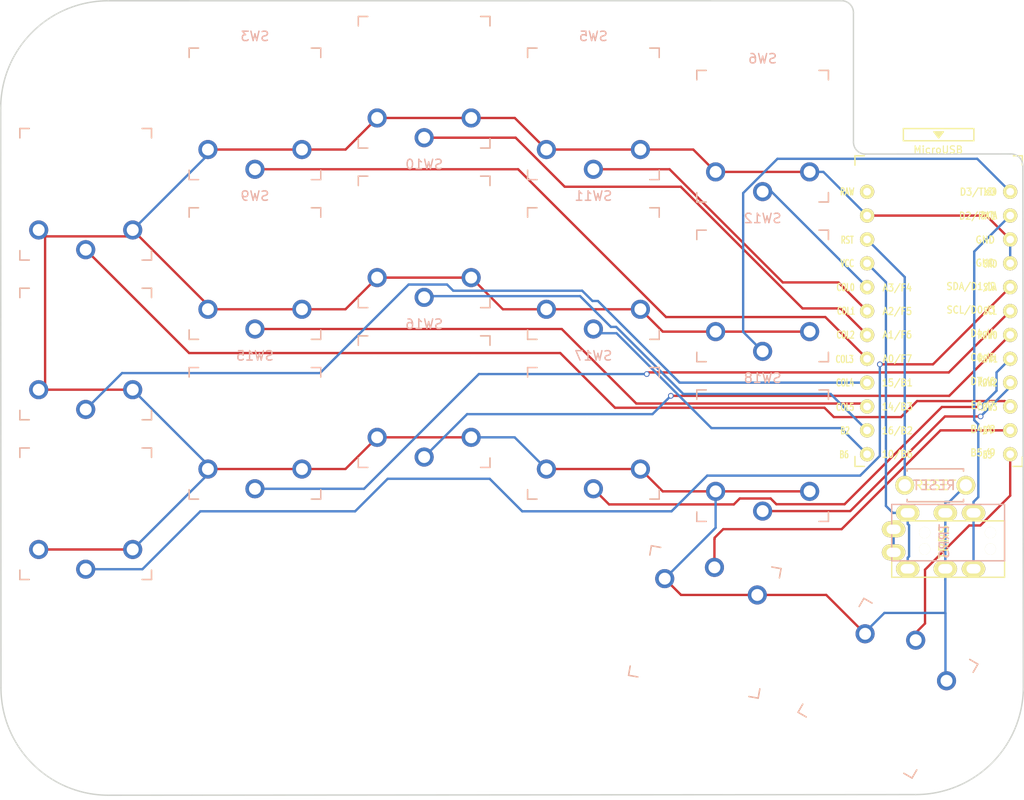
<source format=kicad_pcb>
(kicad_pcb (version 20171130) (host pcbnew 5.1.6)

  (general
    (thickness 1.6)
    (drawings 12)
    (tracks 199)
    (zones 0)
    (modules 20)
    (nets 24)
  )

  (page A4)
  (title_block
    (title "Corne Light")
    (date 2018-12-26)
    (rev 2.1)
    (company foostan)
  )

  (layers
    (0 F.Cu signal)
    (31 B.Cu signal)
    (32 B.Adhes user)
    (33 F.Adhes user)
    (34 B.Paste user hide)
    (35 F.Paste user)
    (36 B.SilkS user hide)
    (37 F.SilkS user)
    (38 B.Mask user)
    (39 F.Mask user)
    (40 Dwgs.User user)
    (41 Cmts.User user)
    (42 Eco1.User user)
    (43 Eco2.User user hide)
    (44 Edge.Cuts user)
    (45 Margin user)
    (46 B.CrtYd user)
    (47 F.CrtYd user)
    (48 B.Fab user hide)
    (49 F.Fab user)
  )

  (setup
    (last_trace_width 0.25)
    (user_trace_width 0.5)
    (trace_clearance 0.2)
    (zone_clearance 0.508)
    (zone_45_only no)
    (trace_min 0.2)
    (via_size 0.6)
    (via_drill 0.4)
    (via_min_size 0.4)
    (via_min_drill 0.3)
    (uvia_size 0.3)
    (uvia_drill 0.1)
    (uvias_allowed no)
    (uvia_min_size 0.2)
    (uvia_min_drill 0.1)
    (edge_width 0.15)
    (segment_width 0.15)
    (pcb_text_width 0.3)
    (pcb_text_size 1.5 1.5)
    (mod_edge_width 0.15)
    (mod_text_size 1 1)
    (mod_text_width 0.15)
    (pad_size 2.032 2.032)
    (pad_drill 1.27)
    (pad_to_mask_clearance 0.2)
    (aux_axis_origin 145.73 12.66)
    (visible_elements FFFFEFFF)
    (pcbplotparams
      (layerselection 0x010cc_ffffffff)
      (usegerberextensions true)
      (usegerberattributes false)
      (usegerberadvancedattributes false)
      (creategerberjobfile false)
      (excludeedgelayer true)
      (linewidth 0.150000)
      (plotframeref false)
      (viasonmask false)
      (mode 1)
      (useauxorigin false)
      (hpglpennumber 1)
      (hpglpenspeed 20)
      (hpglpendiameter 15.000000)
      (psnegative false)
      (psa4output false)
      (plotreference true)
      (plotvalue true)
      (plotinvisibletext false)
      (padsonsilk false)
      (subtractmaskfromsilk false)
      (outputformat 1)
      (mirror false)
      (drillshape 0)
      (scaleselection 1)
      (outputdirectory "gerber/"))
  )

  (net 0 "")
  (net 1 row0)
  (net 2 row1)
  (net 3 row2)
  (net 4 row3)
  (net 5 "Net-(D20-Pad2)")
  (net 6 GND)
  (net 7 VCC)
  (net 8 col1)
  (net 9 col2)
  (net 10 col3)
  (net 11 col4)
  (net 12 col5)
  (net 13 LED)
  (net 14 data)
  (net 15 reset)
  (net 16 SCL)
  (net 17 SDA)
  (net 18 "Net-(U1-Pad14)")
  (net 19 "Net-(U1-Pad13)")
  (net 20 "Net-(U1-Pad12)")
  (net 21 "Net-(U1-Pad11)")
  (net 22 "Net-(J1-PadA)")
  (net 23 "Net-(U1-Pad24)")

  (net_class Default "これは標準のネット クラスです。"
    (clearance 0.2)
    (trace_width 0.25)
    (via_dia 0.6)
    (via_drill 0.4)
    (uvia_dia 0.3)
    (uvia_drill 0.1)
    (add_net GND)
    (add_net LED)
    (add_net "Net-(D20-Pad2)")
    (add_net "Net-(J1-PadA)")
    (add_net "Net-(U1-Pad11)")
    (add_net "Net-(U1-Pad12)")
    (add_net "Net-(U1-Pad13)")
    (add_net "Net-(U1-Pad14)")
    (add_net "Net-(U1-Pad24)")
    (add_net SCL)
    (add_net SDA)
    (add_net VCC)
    (add_net col1)
    (add_net col2)
    (add_net col3)
    (add_net col4)
    (add_net col5)
    (add_net data)
    (add_net reset)
    (add_net row0)
    (add_net row1)
    (add_net row2)
    (add_net row3)
  )

  (module kbd:ProMicro_v3 (layer F.Cu) (tedit 5EAE9E67) (tstamp 5C238F3C)
    (at 134.72 51.308)
    (path /5A5E14C2)
    (fp_text reference U1 (at -0.1 -0.05 270) (layer F.SilkS) hide
      (effects (font (size 1 1) (thickness 0.15)))
    )
    (fp_text value ProMicro (at -0.45 -17) (layer F.Fab) hide
      (effects (font (size 1 1) (thickness 0.15)))
    )
    (fp_line (start -0.15 -20.4) (end 0.15 -20.4) (layer F.SilkS) (width 0.15))
    (fp_line (start -0.25 -20.55) (end 0.25 -20.55) (layer F.SilkS) (width 0.15))
    (fp_line (start -0.35 -20.7) (end 0.35 -20.7) (layer F.SilkS) (width 0.15))
    (fp_line (start 0 -20.2) (end -0.5 -20.85) (layer F.SilkS) (width 0.15))
    (fp_line (start 0.5 -20.85) (end 0 -20.2) (layer F.SilkS) (width 0.15))
    (fp_line (start -0.5 -20.85) (end 0.5 -20.85) (layer F.SilkS) (width 0.15))
    (fp_line (start 3.75 -21.2) (end -3.75 -21.2) (layer F.SilkS) (width 0.15))
    (fp_line (start 3.75 -19.9) (end 3.75 -21.2) (layer F.SilkS) (width 0.15))
    (fp_line (start -3.75 -19.9) (end 3.75 -19.9) (layer F.SilkS) (width 0.15))
    (fp_line (start -3.75 -21.2) (end -3.75 -19.9) (layer F.SilkS) (width 0.15))
    (fp_line (start 3.76 -18.3) (end 8.9 -18.3) (layer F.Fab) (width 0.15))
    (fp_line (start -3.75 -18.3) (end 3.75 -18.3) (layer F.Fab) (width 0.15))
    (fp_line (start -3.75 -19.6) (end -3.75 -18.299039) (layer F.Fab) (width 0.15))
    (fp_line (start 3.75 -19.6) (end 3.75 -18.3) (layer F.Fab) (width 0.15))
    (fp_line (start -3.75 -19.6) (end 3.75 -19.6) (layer F.Fab) (width 0.15))
    (fp_line (start -8.9 -18.3) (end -3.75 -18.3) (layer F.Fab) (width 0.15))
    (fp_line (start 8.9 -18.3) (end 8.9 14.75) (layer F.Fab) (width 0.15))
    (fp_line (start 8.9 14.75) (end -8.9 14.75) (layer F.Fab) (width 0.15))
    (fp_line (start -8.9 14.75) (end -8.9 -18.3) (layer F.Fab) (width 0.15))
    (fp_line (start -8.9 -18.3) (end -8.9 -17.3) (layer F.SilkS) (width 0.15))
    (fp_line (start 8.9 -18.3) (end 8.9 -17.3) (layer F.SilkS) (width 0.15))
    (fp_line (start -8.9 -18.3) (end -7.9 -18.3) (layer F.SilkS) (width 0.15))
    (fp_line (start 8.9 -18.3) (end 7.95 -18.3) (layer F.SilkS) (width 0.15))
    (fp_line (start -8.9 13.7) (end -8.9 14.75) (layer F.SilkS) (width 0.15))
    (fp_line (start 8.9 13.75) (end 8.9 14.75) (layer F.SilkS) (width 0.15))
    (fp_line (start -8.9 14.75) (end -7.9 14.75) (layer F.SilkS) (width 0.15))
    (fp_line (start 8.9 14.75) (end 7.89 14.75) (layer F.SilkS) (width 0.15))
    (fp_text user "" (at -1.2065 -16.256) (layer B.SilkS)
      (effects (font (size 1 1) (thickness 0.15)) (justify mirror))
    )
    (fp_text user "" (at -0.545 -17.4) (layer F.SilkS)
      (effects (font (size 1 1) (thickness 0.15)))
    )
    (fp_text user RAW (at -9.7155 -14.478 unlocked) (layer F.SilkS)
      (effects (font (size 0.75 0.5) (thickness 0.125)))
    )
    (fp_text user GND (at 5.461 -6.7945 unlocked) (layer F.SilkS)
      (effects (font (size 0.75 0.5) (thickness 0.125)))
    )
    (fp_text user RST (at -9.7155 -9.3345 unlocked) (layer F.SilkS)
      (effects (font (size 0.75 0.5) (thickness 0.125)))
    )
    (fp_text user VCC (at -9.7155 -6.858 unlocked) (layer F.SilkS)
      (effects (font (size 0.75 0.5) (thickness 0.125)))
    )
    (fp_text user A3/F4 (at -4.395 -4.25 unlocked) (layer F.SilkS)
      (effects (font (size 0.75 0.67) (thickness 0.125)))
    )
    (fp_text user A2/F5 (at -4.395 -1.75 unlocked) (layer F.SilkS)
      (effects (font (size 0.75 0.67) (thickness 0.125)))
    )
    (fp_text user A1/F6 (at -4.395 0.75 unlocked) (layer F.SilkS)
      (effects (font (size 0.75 0.67) (thickness 0.125)))
    )
    (fp_text user A0/F7 (at -4.395 3.3 unlocked) (layer F.SilkS)
      (effects (font (size 0.75 0.67) (thickness 0.125)))
    )
    (fp_text user 15/B1 (at -4.395 5.85 unlocked) (layer F.SilkS)
      (effects (font (size 0.75 0.67) (thickness 0.125)))
    )
    (fp_text user 14/B3 (at -4.395 8.4 unlocked) (layer F.SilkS)
      (effects (font (size 0.75 0.67) (thickness 0.125)))
    )
    (fp_text user 10/B6 (at -4.395 13.45 unlocked) (layer F.SilkS)
      (effects (font (size 0.75 0.67) (thickness 0.125)))
    )
    (fp_text user 16/B2 (at -4.395 10.95 unlocked) (layer F.SilkS)
      (effects (font (size 0.75 0.67) (thickness 0.125)))
    )
    (fp_text user E6/7 (at 4.705 8.25 unlocked) (layer F.SilkS)
      (effects (font (size 0.75 0.67) (thickness 0.125)))
    )
    (fp_text user D7/6 (at 4.705 5.7 unlocked) (layer F.SilkS)
      (effects (font (size 0.75 0.67) (thickness 0.125)))
    )
    (fp_text user GND (at 4.955 -9.35 unlocked) (layer F.SilkS)
      (effects (font (size 0.75 0.67) (thickness 0.125)))
    )
    (fp_text user GND (at 4.955 -6.9 unlocked) (layer F.SilkS)
      (effects (font (size 0.75 0.67) (thickness 0.125)))
    )
    (fp_text user D3/TX0 (at 4.155 -14.45 unlocked) (layer F.SilkS)
      (effects (font (size 0.75 0.67) (thickness 0.125)))
    )
    (fp_text user D4/4 (at 4.705 0.6 unlocked) (layer F.SilkS)
      (effects (font (size 0.75 0.67) (thickness 0.125)))
    )
    (fp_text user SDA/D1/2 (at 3.455 -4.4 unlocked) (layer F.SilkS)
      (effects (font (size 0.75 0.67) (thickness 0.125)))
    )
    (fp_text user SCL/D0/3 (at 3.455 -1.9 unlocked) (layer F.SilkS)
      (effects (font (size 0.75 0.67) (thickness 0.125)))
    )
    (fp_text user C6/5 (at 4.705 3.15 unlocked) (layer F.SilkS)
      (effects (font (size 0.75 0.67) (thickness 0.125)))
    )
    (fp_text user B5/9 (at 4.705 13.3 unlocked) (layer F.SilkS)
      (effects (font (size 0.75 0.67) (thickness 0.125)))
    )
    (fp_text user D2/RX1 (at 4.155 -11.9 unlocked) (layer F.SilkS)
      (effects (font (size 0.75 0.67) (thickness 0.125)))
    )
    (fp_text user B4/8 (at 4.705 10.8 unlocked) (layer F.SilkS)
      (effects (font (size 0.75 0.67) (thickness 0.125)))
    )
    (fp_text user MicroUSB (at -0.05 -18.95) (layer F.SilkS)
      (effects (font (size 0.75 0.75) (thickness 0.12)))
    )
    (fp_text user LED (at 5.5 -14.478) (layer F.SilkS)
      (effects (font (size 0.75 0.5) (thickness 0.125)))
    )
    (fp_text user DATA (at 5.35 -11.95) (layer F.SilkS)
      (effects (font (size 0.75 0.5) (thickness 0.125)))
    )
    (fp_text user COL3 (at -10 3.35) (layer F.SilkS)
      (effects (font (size 0.75 0.5) (thickness 0.125)))
    )
    (fp_text user ROW0 (at 5.2 0.8) (layer F.SilkS)
      (effects (font (size 0.75 0.5) (thickness 0.125)))
    )
    (fp_text user COL2 (at -9.9 0.762) (layer F.SilkS)
      (effects (font (size 0.75 0.5) (thickness 0.125)))
    )
    (fp_text user SCL (at 5.461 -1.778) (layer F.SilkS)
      (effects (font (size 0.75 0.5) (thickness 0.125)))
    )
    (fp_text user COL1 (at -9.85 -1.778) (layer F.SilkS)
      (effects (font (size 0.75 0.5) (thickness 0.125)))
    )
    (fp_text user SDA (at 5.461 -4.318) (layer F.SilkS)
      (effects (font (size 0.75 0.5) (thickness 0.125)))
    )
    (fp_text user COL0 (at -9.9 -4.3) (layer F.SilkS)
      (effects (font (size 0.75 0.5) (thickness 0.125)))
    )
    (fp_text user B6 (at -10.05 13.5) (layer F.SilkS)
      (effects (font (size 0.75 0.5) (thickness 0.125)))
    )
    (fp_text user B5 (at 5.2 13.5255) (layer F.SilkS)
      (effects (font (size 0.75 0.5) (thickness 0.125)))
    )
    (fp_text user B4 (at 5.2 10.922) (layer F.SilkS)
      (effects (font (size 0.75 0.5) (thickness 0.125)))
    )
    (fp_text user B2 (at -9.95 10.95) (layer F.SilkS)
      (effects (font (size 0.75 0.5) (thickness 0.125)))
    )
    (fp_text user ROW3 (at 5.2 8.4455) (layer F.SilkS)
      (effects (font (size 0.75 0.5) (thickness 0.125)))
    )
    (fp_text user COL5 (at -9.95 8.4455) (layer F.SilkS)
      (effects (font (size 0.75 0.5) (thickness 0.125)))
    )
    (fp_text user ROW2 (at 5.2 5.85) (layer F.SilkS)
      (effects (font (size 0.75 0.5) (thickness 0.125)))
    )
    (fp_text user COL4 (at -9.95 5.85) (layer F.SilkS)
      (effects (font (size 0.75 0.5) (thickness 0.125)))
    )
    (fp_text user ROW1 (at 5.25 3.302) (layer F.SilkS)
      (effects (font (size 0.75 0.5) (thickness 0.125)))
    )
    (pad 24 thru_hole circle (at -7.6086 -14.478) (size 1.524 1.524) (drill 0.8128) (layers *.Cu *.Mask F.SilkS)
      (net 23 "Net-(U1-Pad24)"))
    (pad 23 thru_hole circle (at -7.6086 -11.938) (size 1.524 1.524) (drill 0.8128) (layers *.Cu *.Mask F.SilkS)
      (net 6 GND))
    (pad 22 thru_hole circle (at -7.6086 -9.398) (size 1.524 1.524) (drill 0.8128) (layers *.Cu *.Mask F.SilkS)
      (net 15 reset))
    (pad 21 thru_hole circle (at -7.6086 -6.858) (size 1.524 1.524) (drill 0.8128) (layers *.Cu *.Mask F.SilkS)
      (net 7 VCC))
    (pad 20 thru_hole circle (at -7.6086 -4.318) (size 1.524 1.524) (drill 0.8128) (layers *.Cu *.Mask F.SilkS)
      (net 5 "Net-(D20-Pad2)"))
    (pad 19 thru_hole circle (at -7.6086 -1.778) (size 1.524 1.524) (drill 0.8128) (layers *.Cu *.Mask F.SilkS)
      (net 8 col1))
    (pad 18 thru_hole circle (at -7.6086 0.762) (size 1.524 1.524) (drill 0.8128) (layers *.Cu *.Mask F.SilkS)
      (net 9 col2))
    (pad 17 thru_hole circle (at -7.6086 3.302) (size 1.524 1.524) (drill 0.8128) (layers *.Cu *.Mask F.SilkS)
      (net 10 col3))
    (pad 16 thru_hole circle (at -7.6086 5.842) (size 1.524 1.524) (drill 0.8128) (layers *.Cu *.Mask F.SilkS)
      (net 11 col4))
    (pad 15 thru_hole circle (at -7.6086 8.382) (size 1.524 1.524) (drill 0.8128) (layers *.Cu *.Mask F.SilkS)
      (net 12 col5))
    (pad 14 thru_hole circle (at -7.6086 10.922) (size 1.524 1.524) (drill 0.8128) (layers *.Cu *.Mask F.SilkS)
      (net 18 "Net-(U1-Pad14)"))
    (pad 13 thru_hole circle (at -7.6086 13.462) (size 1.524 1.524) (drill 0.8128) (layers *.Cu *.Mask F.SilkS)
      (net 19 "Net-(U1-Pad13)"))
    (pad 12 thru_hole circle (at 7.6114 13.462) (size 1.524 1.524) (drill 0.8128) (layers *.Cu *.Mask F.SilkS)
      (net 20 "Net-(U1-Pad12)"))
    (pad 11 thru_hole circle (at 7.6114 10.922) (size 1.524 1.524) (drill 0.8128) (layers *.Cu *.Mask F.SilkS)
      (net 21 "Net-(U1-Pad11)"))
    (pad 10 thru_hole circle (at 7.6114 8.382) (size 1.524 1.524) (drill 0.8128) (layers *.Cu *.Mask F.SilkS)
      (net 4 row3))
    (pad 9 thru_hole circle (at 7.6114 5.842) (size 1.524 1.524) (drill 0.8128) (layers *.Cu *.Mask F.SilkS)
      (net 3 row2))
    (pad 8 thru_hole circle (at 7.6114 3.302) (size 1.524 1.524) (drill 0.8128) (layers *.Cu *.Mask F.SilkS)
      (net 2 row1))
    (pad 7 thru_hole circle (at 7.6114 0.762) (size 1.524 1.524) (drill 0.8128) (layers *.Cu *.Mask F.SilkS)
      (net 1 row0))
    (pad 6 thru_hole circle (at 7.6114 -1.778) (size 1.524 1.524) (drill 0.8128) (layers *.Cu *.Mask F.SilkS)
      (net 16 SCL))
    (pad 5 thru_hole circle (at 7.6114 -4.318) (size 1.524 1.524) (drill 0.8128) (layers *.Cu *.Mask F.SilkS)
      (net 17 SDA))
    (pad 4 thru_hole circle (at 7.6114 -6.858) (size 1.524 1.524) (drill 0.8128) (layers *.Cu *.Mask F.SilkS)
      (net 6 GND))
    (pad 3 thru_hole circle (at 7.6114 -9.398) (size 1.524 1.524) (drill 0.8128) (layers *.Cu *.Mask F.SilkS)
      (net 6 GND))
    (pad 2 thru_hole circle (at 7.6114 -11.938) (size 1.524 1.524) (drill 0.8128) (layers *.Cu *.Mask F.SilkS)
      (net 14 data))
    (pad 1 thru_hole circle (at 7.6114 -14.478) (size 1.524 1.524) (drill 0.8128) (layers *.Cu *.Mask F.SilkS)
      (net 13 LED))
  )

  (module chocs:SW_PG1350_reversible_b2 (layer B.Cu) (tedit 5EF324D0) (tstamp 5EBA60B1)
    (at 109.85 82.62 350)
    (descr "Kailh \"Choc\" PG1350 keyswitch, able to be mounted on front or back of PCB")
    (tags kailh,choc)
    (path /5A5E37A4)
    (fp_text reference SW20 (at 4.600001 -6 170) (layer Dwgs.User) hide
      (effects (font (size 1 1) (thickness 0.15)))
    )
    (fp_text value SW_PUSH (at -0.5 -5.999999 170) (layer Dwgs.User) hide
      (effects (font (size 1 1) (thickness 0.15)))
    )
    (fp_line (start 6 7) (end 7 7) (layer B.SilkS) (width 0.15))
    (fp_line (start 7 7) (end 7 6) (layer B.SilkS) (width 0.15))
    (fp_line (start 7 -6) (end 7 -7) (layer B.SilkS) (width 0.15))
    (fp_line (start 7 -7) (end 6 -7) (layer B.SilkS) (width 0.15))
    (fp_line (start -6 -7) (end -7 -7) (layer B.SilkS) (width 0.15))
    (fp_line (start -7 -7) (end -7 -6) (layer B.SilkS) (width 0.15))
    (fp_line (start -7 6) (end -7 7) (layer B.SilkS) (width 0.15))
    (fp_line (start -7 7) (end -6 7) (layer B.SilkS) (width 0.15))
    (fp_line (start -2.6 3.1) (end 2.6 3.1) (layer Eco2.User) (width 0.15))
    (fp_line (start 2.6 3.1) (end 2.6 6.3) (layer Eco2.User) (width 0.15))
    (fp_line (start 2.6 6.3) (end -2.6 6.3) (layer Eco2.User) (width 0.15))
    (fp_line (start -2.6 3.1) (end -2.6 6.3) (layer Eco2.User) (width 0.15))
    (fp_line (start -7 6) (end -7 7) (layer F.SilkS) (width 0.15))
    (fp_line (start -7 7) (end -6 7) (layer F.SilkS) (width 0.15))
    (fp_line (start -6 -7) (end -7 -7) (layer F.SilkS) (width 0.15))
    (fp_line (start -7 -7) (end -7 -6) (layer F.SilkS) (width 0.15))
    (fp_line (start 7 -6) (end 7 -7) (layer F.SilkS) (width 0.15))
    (fp_line (start 7 -7) (end 6 -7) (layer F.SilkS) (width 0.15))
    (fp_line (start 6 7) (end 7 7) (layer F.SilkS) (width 0.15))
    (fp_line (start 7 7) (end 7 6) (layer F.SilkS) (width 0.15))
    (fp_line (start -6.9 -6.9) (end 6.9 -6.9) (layer Eco2.User) (width 0.15))
    (fp_line (start 6.9 6.9) (end -6.9 6.9) (layer Eco2.User) (width 0.15))
    (fp_line (start 6.9 6.9) (end 6.9 -6.9) (layer Eco2.User) (width 0.15))
    (fp_line (start -6.9 -6.9) (end -6.9 6.9) (layer Eco2.User) (width 0.15))
    (fp_line (start -7.5 7.5) (end 7.5 7.5) (layer F.Fab) (width 0.15))
    (fp_line (start 7.5 7.5) (end 7.5 -7.5) (layer F.Fab) (width 0.15))
    (fp_line (start 7.5 -7.5) (end -7.5 -7.5) (layer F.Fab) (width 0.15))
    (fp_line (start -7.5 -7.5) (end -7.5 7.5) (layer F.Fab) (width 0.15))
    (fp_line (start -7.5 7.5) (end 7.5 7.5) (layer B.Fab) (width 0.15))
    (fp_line (start 7.5 -7.5) (end -7.5 -7.5) (layer B.Fab) (width 0.15))
    (fp_line (start 7.5 7.5) (end 7.5 -7.5) (layer B.Fab) (width 0.15))
    (fp_line (start -7.5 -7.5) (end -7.5 7.5) (layer B.Fab) (width 0.15))
    (fp_line (start -9 -8.5) (end -9 8.5) (layer Eco1.User) (width 0.12))
    (fp_line (start -9 8.5) (end 9 8.5) (layer Eco1.User) (width 0.12))
    (fp_line (start 9 -8.5) (end 9 8.5) (layer Eco1.User) (width 0.12))
    (fp_line (start -9 -8.5) (end 9 -8.5) (layer Eco1.User) (width 0.12))
    (fp_text user %R (at 0 0 170) (layer B.Fab)
      (effects (font (size 1 1) (thickness 0.15)) (justify mirror))
    )
    (fp_text user %R (at 0 0 170) (layer B.Fab)
      (effects (font (size 1 1) (thickness 0.15)) (justify mirror))
    )
    (fp_text user %V (at 0 -8.255 170) (layer F.Fab)
      (effects (font (size 1 1) (thickness 0.15)))
    )
    (fp_text user %R (at 0 0 170) (layer B.Fab)
      (effects (font (size 1 1) (thickness 0.15)) (justify mirror))
    )
    (pad "" np_thru_hole circle (at -5.5 0 350) (size 1.7018 1.7018) (drill 1.7018) (layers *.Cu *.Mask))
    (pad "" np_thru_hole circle (at 5.5 0 350) (size 1.7018 1.7018) (drill 1.7018) (layers *.Cu *.Mask))
    (pad "" np_thru_hole circle (at 5.22 4.2 350) (size 0.9906 0.9906) (drill 0.9906) (layers *.Cu *.Mask))
    (pad 1 thru_hole circle (at 0 -5.9 350) (size 2.032 2.032) (drill 1.27) (layers *.Cu *.Mask)
      (net 21 "Net-(U1-Pad11)"))
    (pad 2 thru_hole circle (at -5 -3.8 350) (size 2.032 2.032) (drill 1.27) (layers *.Cu *.Mask)
      (net 6 GND))
    (pad "" np_thru_hole circle (at 0 0 350) (size 3.429 3.429) (drill 3.429) (layers *.Cu *.Mask))
    (pad 2 thru_hole circle (at 5 -3.8 350) (size 2.032 2.032) (drill 1.27) (layers *.Cu *.Mask)
      (net 6 GND))
    (pad "" np_thru_hole circle (at -5.22 4.2 350) (size 0.9906 0.9906) (drill 0.9906) (layers *.Cu *.Mask))
  )

  (module chocs:SW_PG1350_reversible_b2 (layer F.Cu) (tedit 5EF324D0) (tstamp 5C23880A)
    (at 116 64.92)
    (descr "Kailh \"Choc\" PG1350 keyswitch, able to be mounted on front or back of PCB")
    (tags kailh,choc)
    (path /5A5E35D5)
    (fp_text reference SW18 (at 4.6 6 180) (layer Dwgs.User) hide
      (effects (font (size 1 1) (thickness 0.15)))
    )
    (fp_text value SW_PUSH (at -0.5 6 180) (layer Dwgs.User) hide
      (effects (font (size 1 1) (thickness 0.15)))
    )
    (fp_line (start -9 8.5) (end 9 8.5) (layer Eco1.User) (width 0.12))
    (fp_line (start 9 8.5) (end 9 -8.5) (layer Eco1.User) (width 0.12))
    (fp_line (start -9 -8.5) (end 9 -8.5) (layer Eco1.User) (width 0.12))
    (fp_line (start -9 8.5) (end -9 -8.5) (layer Eco1.User) (width 0.12))
    (fp_line (start -7.5 7.5) (end -7.5 -7.5) (layer F.Fab) (width 0.15))
    (fp_line (start 7.5 -7.5) (end 7.5 7.5) (layer F.Fab) (width 0.15))
    (fp_line (start 7.5 7.5) (end -7.5 7.5) (layer F.Fab) (width 0.15))
    (fp_line (start -7.5 -7.5) (end 7.5 -7.5) (layer F.Fab) (width 0.15))
    (fp_line (start -7.5 7.5) (end -7.5 -7.5) (layer B.Fab) (width 0.15))
    (fp_line (start 7.5 7.5) (end -7.5 7.5) (layer B.Fab) (width 0.15))
    (fp_line (start 7.5 -7.5) (end 7.5 7.5) (layer B.Fab) (width 0.15))
    (fp_line (start -7.5 -7.5) (end 7.5 -7.5) (layer B.Fab) (width 0.15))
    (fp_line (start -6.9 6.9) (end -6.9 -6.9) (layer Eco2.User) (width 0.15))
    (fp_line (start 6.9 -6.9) (end 6.9 6.9) (layer Eco2.User) (width 0.15))
    (fp_line (start 6.9 -6.9) (end -6.9 -6.9) (layer Eco2.User) (width 0.15))
    (fp_line (start -6.9 6.9) (end 6.9 6.9) (layer Eco2.User) (width 0.15))
    (fp_line (start 7 -7) (end 7 -6) (layer B.SilkS) (width 0.15))
    (fp_line (start 6 -7) (end 7 -7) (layer B.SilkS) (width 0.15))
    (fp_line (start 7 7) (end 6 7) (layer B.SilkS) (width 0.15))
    (fp_line (start 7 6) (end 7 7) (layer B.SilkS) (width 0.15))
    (fp_line (start -7 7) (end -7 6) (layer B.SilkS) (width 0.15))
    (fp_line (start -6 7) (end -7 7) (layer B.SilkS) (width 0.15))
    (fp_line (start -7 -7) (end -6 -7) (layer B.SilkS) (width 0.15))
    (fp_line (start -7 -6) (end -7 -7) (layer B.SilkS) (width 0.15))
    (fp_line (start -2.6 -3.1) (end -2.6 -6.3) (layer Eco2.User) (width 0.15))
    (fp_line (start 2.6 -6.3) (end -2.6 -6.3) (layer Eco2.User) (width 0.15))
    (fp_line (start 2.6 -3.1) (end 2.6 -6.3) (layer Eco2.User) (width 0.15))
    (fp_line (start -2.6 -3.1) (end 2.6 -3.1) (layer Eco2.User) (width 0.15))
    (fp_line (start -7 -7) (end -6 -7) (layer F.SilkS) (width 0.15))
    (fp_line (start -7 -6) (end -7 -7) (layer F.SilkS) (width 0.15))
    (fp_line (start -7 7) (end -7 6) (layer F.SilkS) (width 0.15))
    (fp_line (start -6 7) (end -7 7) (layer F.SilkS) (width 0.15))
    (fp_line (start 7 7) (end 6 7) (layer F.SilkS) (width 0.15))
    (fp_line (start 7 6) (end 7 7) (layer F.SilkS) (width 0.15))
    (fp_line (start 7 -7) (end 7 -6) (layer F.SilkS) (width 0.15))
    (fp_line (start 6 -7) (end 7 -7) (layer F.SilkS) (width 0.15))
    (fp_text user %R (at 0 -8.255) (layer B.SilkS)
      (effects (font (size 1 1) (thickness 0.15)) (justify mirror))
    )
    (fp_text user %V (at 0 8.255) (layer B.Fab)
      (effects (font (size 1 1) (thickness 0.15)) (justify mirror))
    )
    (fp_text user %R (at 0 0) (layer F.Fab)
      (effects (font (size 1 1) (thickness 0.15)))
    )
    (fp_text user %R (at 0 0) (layer F.Fab)
      (effects (font (size 1 1) (thickness 0.15)))
    )
    (pad "" np_thru_hole circle (at -5.22 -4.2) (size 0.9906 0.9906) (drill 0.9906) (layers *.Cu *.Mask))
    (pad 2 thru_hole circle (at 5 3.8) (size 2.032 2.032) (drill 1.27) (layers *.Cu *.Mask)
      (net 6 GND))
    (pad "" np_thru_hole circle (at 0 0) (size 3.429 3.429) (drill 3.429) (layers *.Cu *.Mask))
    (pad 2 thru_hole circle (at -5 3.8) (size 2.032 2.032) (drill 1.27) (layers *.Cu *.Mask)
      (net 6 GND))
    (pad 1 thru_hole circle (at 0 5.9) (size 2.032 2.032) (drill 1.27) (layers *.Cu *.Mask)
      (net 3 row2))
    (pad "" np_thru_hole circle (at 5.22 -4.2) (size 0.9906 0.9906) (drill 0.9906) (layers *.Cu *.Mask))
    (pad "" np_thru_hole circle (at 5.5 0) (size 1.7018 1.7018) (drill 1.7018) (layers *.Cu *.Mask))
    (pad "" np_thru_hole circle (at -5.5 0) (size 1.7018 1.7018) (drill 1.7018) (layers *.Cu *.Mask))
  )

  (module chocs:SW_PG1350_reversible_b2 (layer B.Cu) (tedit 5EF324D0) (tstamp 5EBA613E)
    (at 129.33 89.67 330)
    (descr "Kailh \"Choc\" PG1350 keyswitch, able to be mounted on front or back of PCB")
    (tags kailh,choc)
    (path /5A5E37B0)
    (fp_text reference SW21 (at 4.6 -6 330) (layer Dwgs.User) hide
      (effects (font (size 1 1) (thickness 0.15)))
    )
    (fp_text value SW_PUSH (at -0.5 -6 330) (layer Dwgs.User) hide
      (effects (font (size 1 1) (thickness 0.15)))
    )
    (fp_line (start 6 7) (end 7 7) (layer B.SilkS) (width 0.15))
    (fp_line (start 7 7) (end 7 6) (layer B.SilkS) (width 0.15))
    (fp_line (start 7 -6) (end 7 -7) (layer B.SilkS) (width 0.15))
    (fp_line (start 7 -7) (end 6 -7) (layer B.SilkS) (width 0.15))
    (fp_line (start -6 -7) (end -7 -7) (layer B.SilkS) (width 0.15))
    (fp_line (start -7 -7) (end -7 -6) (layer B.SilkS) (width 0.15))
    (fp_line (start -7 6) (end -7 7) (layer B.SilkS) (width 0.15))
    (fp_line (start -7 7) (end -6 7) (layer B.SilkS) (width 0.15))
    (fp_line (start -2.6 3.1) (end 2.6 3.1) (layer Eco2.User) (width 0.15))
    (fp_line (start 2.6 3.1) (end 2.6 6.3) (layer Eco2.User) (width 0.15))
    (fp_line (start 2.6 6.3) (end -2.6 6.3) (layer Eco2.User) (width 0.15))
    (fp_line (start -2.6 3.1) (end -2.6 6.3) (layer Eco2.User) (width 0.15))
    (fp_line (start -7 6) (end -7 7) (layer F.SilkS) (width 0.15))
    (fp_line (start -7 7) (end -6 7) (layer F.SilkS) (width 0.15))
    (fp_line (start -6 -7) (end -7 -7) (layer F.SilkS) (width 0.15))
    (fp_line (start -7 -7) (end -7 -6) (layer F.SilkS) (width 0.15))
    (fp_line (start 7 -6) (end 7 -7) (layer F.SilkS) (width 0.15))
    (fp_line (start 7 -7) (end 6 -7) (layer F.SilkS) (width 0.15))
    (fp_line (start 6 7) (end 7 7) (layer F.SilkS) (width 0.15))
    (fp_line (start 7 7) (end 7 6) (layer F.SilkS) (width 0.15))
    (fp_line (start -6.9 -6.9) (end 6.9 -6.9) (layer Eco2.User) (width 0.15))
    (fp_line (start 6.9 6.9) (end -6.9 6.9) (layer Eco2.User) (width 0.15))
    (fp_line (start 6.9 6.9) (end 6.9 -6.9) (layer Eco2.User) (width 0.15))
    (fp_line (start -6.9 -6.9) (end -6.9 6.9) (layer Eco2.User) (width 0.15))
    (fp_line (start -7.5 7.5) (end 7.5 7.5) (layer F.Fab) (width 0.15))
    (fp_line (start 7.5 7.5) (end 7.5 -7.5) (layer F.Fab) (width 0.15))
    (fp_line (start 7.5 -7.5) (end -7.5 -7.5) (layer F.Fab) (width 0.15))
    (fp_line (start -7.5 -7.5) (end -7.5 7.5) (layer F.Fab) (width 0.15))
    (fp_line (start -7.5 7.5) (end 7.5 7.5) (layer B.Fab) (width 0.15))
    (fp_line (start 7.5 -7.5) (end -7.5 -7.5) (layer B.Fab) (width 0.15))
    (fp_line (start 7.5 7.5) (end 7.5 -7.5) (layer B.Fab) (width 0.15))
    (fp_line (start -7.5 -7.5) (end -7.5 7.5) (layer B.Fab) (width 0.15))
    (fp_line (start -9 -8.5) (end -9 8.5) (layer Eco1.User) (width 0.12))
    (fp_line (start -9 8.5) (end 9 8.5) (layer Eco1.User) (width 0.12))
    (fp_line (start 9 -8.5) (end 9 8.5) (layer Eco1.User) (width 0.12))
    (fp_line (start -9 -8.5) (end 9 -8.5) (layer Eco1.User) (width 0.12))
    (fp_text user %R (at 0 0 150) (layer B.Fab)
      (effects (font (size 1 1) (thickness 0.15)) (justify mirror))
    )
    (fp_text user %R (at 0 0 150) (layer B.Fab)
      (effects (font (size 1 1) (thickness 0.15)) (justify mirror))
    )
    (fp_text user %V (at -0.000001 -8.255 150) (layer F.Fab)
      (effects (font (size 1 1) (thickness 0.15)))
    )
    (pad "" np_thru_hole circle (at -5.5 0 330) (size 1.7018 1.7018) (drill 1.7018) (layers *.Cu *.Mask))
    (pad "" np_thru_hole circle (at 5.5 0 330) (size 1.7018 1.7018) (drill 1.7018) (layers *.Cu *.Mask))
    (pad "" np_thru_hole circle (at 5.22 4.2 330) (size 0.9906 0.9906) (drill 0.9906) (layers *.Cu *.Mask))
    (pad 1 thru_hole circle (at 0 -5.9 330) (size 2.032 2.032) (drill 1.27) (layers *.Cu *.Mask)
      (net 20 "Net-(U1-Pad12)"))
    (pad 2 thru_hole circle (at -5 -3.8 330) (size 2.032 2.032) (drill 1.27) (layers *.Cu *.Mask)
      (net 6 GND))
    (pad "" np_thru_hole circle (at 0 0 330) (size 3.429 3.429) (drill 3.429) (layers *.Cu *.Mask))
    (pad 2 thru_hole circle (at 5 -3.8 330) (size 2.032 2.032) (drill 1.27) (layers *.Cu *.Mask)
      (net 6 GND))
    (pad "" np_thru_hole circle (at -5.22 4.2 330) (size 0.9906 0.9906) (drill 0.9906) (layers *.Cu *.Mask))
  )

  (module chocs:SW_PG1350_reversible_b2 (layer F.Cu) (tedit 5EF324D0) (tstamp 5C2387F4)
    (at 98 62.545)
    (descr "Kailh \"Choc\" PG1350 keyswitch, able to be mounted on front or back of PCB")
    (tags kailh,choc)
    (path /5A5E35CF)
    (fp_text reference SW17 (at 4.6 6 180) (layer Dwgs.User) hide
      (effects (font (size 1 1) (thickness 0.15)))
    )
    (fp_text value SW_PUSH (at -0.5 6 180) (layer Dwgs.User) hide
      (effects (font (size 1 1) (thickness 0.15)))
    )
    (fp_line (start -9 8.5) (end 9 8.5) (layer Eco1.User) (width 0.12))
    (fp_line (start 9 8.5) (end 9 -8.5) (layer Eco1.User) (width 0.12))
    (fp_line (start -9 -8.5) (end 9 -8.5) (layer Eco1.User) (width 0.12))
    (fp_line (start -9 8.5) (end -9 -8.5) (layer Eco1.User) (width 0.12))
    (fp_line (start -7.5 7.5) (end -7.5 -7.5) (layer F.Fab) (width 0.15))
    (fp_line (start 7.5 -7.5) (end 7.5 7.5) (layer F.Fab) (width 0.15))
    (fp_line (start 7.5 7.5) (end -7.5 7.5) (layer F.Fab) (width 0.15))
    (fp_line (start -7.5 -7.5) (end 7.5 -7.5) (layer F.Fab) (width 0.15))
    (fp_line (start -7.5 7.5) (end -7.5 -7.5) (layer B.Fab) (width 0.15))
    (fp_line (start 7.5 7.5) (end -7.5 7.5) (layer B.Fab) (width 0.15))
    (fp_line (start 7.5 -7.5) (end 7.5 7.5) (layer B.Fab) (width 0.15))
    (fp_line (start -7.5 -7.5) (end 7.5 -7.5) (layer B.Fab) (width 0.15))
    (fp_line (start -6.9 6.9) (end -6.9 -6.9) (layer Eco2.User) (width 0.15))
    (fp_line (start 6.9 -6.9) (end 6.9 6.9) (layer Eco2.User) (width 0.15))
    (fp_line (start 6.9 -6.9) (end -6.9 -6.9) (layer Eco2.User) (width 0.15))
    (fp_line (start -6.9 6.9) (end 6.9 6.9) (layer Eco2.User) (width 0.15))
    (fp_line (start 7 -7) (end 7 -6) (layer B.SilkS) (width 0.15))
    (fp_line (start 6 -7) (end 7 -7) (layer B.SilkS) (width 0.15))
    (fp_line (start 7 7) (end 6 7) (layer B.SilkS) (width 0.15))
    (fp_line (start 7 6) (end 7 7) (layer B.SilkS) (width 0.15))
    (fp_line (start -7 7) (end -7 6) (layer B.SilkS) (width 0.15))
    (fp_line (start -6 7) (end -7 7) (layer B.SilkS) (width 0.15))
    (fp_line (start -7 -7) (end -6 -7) (layer B.SilkS) (width 0.15))
    (fp_line (start -7 -6) (end -7 -7) (layer B.SilkS) (width 0.15))
    (fp_line (start -2.6 -3.1) (end -2.6 -6.3) (layer Eco2.User) (width 0.15))
    (fp_line (start 2.6 -6.3) (end -2.6 -6.3) (layer Eco2.User) (width 0.15))
    (fp_line (start 2.6 -3.1) (end 2.6 -6.3) (layer Eco2.User) (width 0.15))
    (fp_line (start -2.6 -3.1) (end 2.6 -3.1) (layer Eco2.User) (width 0.15))
    (fp_line (start -7 -7) (end -6 -7) (layer F.SilkS) (width 0.15))
    (fp_line (start -7 -6) (end -7 -7) (layer F.SilkS) (width 0.15))
    (fp_line (start -7 7) (end -7 6) (layer F.SilkS) (width 0.15))
    (fp_line (start -6 7) (end -7 7) (layer F.SilkS) (width 0.15))
    (fp_line (start 7 7) (end 6 7) (layer F.SilkS) (width 0.15))
    (fp_line (start 7 6) (end 7 7) (layer F.SilkS) (width 0.15))
    (fp_line (start 7 -7) (end 7 -6) (layer F.SilkS) (width 0.15))
    (fp_line (start 6 -7) (end 7 -7) (layer F.SilkS) (width 0.15))
    (fp_text user %R (at 0 -8.255) (layer B.SilkS)
      (effects (font (size 1 1) (thickness 0.15)) (justify mirror))
    )
    (fp_text user %V (at 0 8.255) (layer B.Fab)
      (effects (font (size 1 1) (thickness 0.15)) (justify mirror))
    )
    (fp_text user %R (at 0 0) (layer F.Fab)
      (effects (font (size 1 1) (thickness 0.15)))
    )
    (fp_text user %R (at 0 0) (layer F.Fab)
      (effects (font (size 1 1) (thickness 0.15)))
    )
    (pad "" np_thru_hole circle (at -5.22 -4.2) (size 0.9906 0.9906) (drill 0.9906) (layers *.Cu *.Mask))
    (pad 2 thru_hole circle (at 5 3.8) (size 2.032 2.032) (drill 1.27) (layers *.Cu *.Mask)
      (net 6 GND))
    (pad "" np_thru_hole circle (at 0 0) (size 3.429 3.429) (drill 3.429) (layers *.Cu *.Mask))
    (pad 2 thru_hole circle (at -5 3.8) (size 2.032 2.032) (drill 1.27) (layers *.Cu *.Mask)
      (net 6 GND))
    (pad 1 thru_hole circle (at 0 5.9) (size 2.032 2.032) (drill 1.27) (layers *.Cu *.Mask)
      (net 2 row1))
    (pad "" np_thru_hole circle (at 5.22 -4.2) (size 0.9906 0.9906) (drill 0.9906) (layers *.Cu *.Mask))
    (pad "" np_thru_hole circle (at 5.5 0) (size 1.7018 1.7018) (drill 1.7018) (layers *.Cu *.Mask))
    (pad "" np_thru_hole circle (at -5.5 0) (size 1.7018 1.7018) (drill 1.7018) (layers *.Cu *.Mask))
  )

  (module chocs:SW_PG1350_reversible_b2 (layer F.Cu) (tedit 5EF324D0) (tstamp 5C2387DE)
    (at 80 59.17)
    (descr "Kailh \"Choc\" PG1350 keyswitch, able to be mounted on front or back of PCB")
    (tags kailh,choc)
    (path /5A5E35C9)
    (fp_text reference SW16 (at 4.6 6 180) (layer Dwgs.User) hide
      (effects (font (size 1 1) (thickness 0.15)))
    )
    (fp_text value SW_PUSH (at -0.5 6 180) (layer Dwgs.User) hide
      (effects (font (size 1 1) (thickness 0.15)))
    )
    (fp_line (start -9 8.5) (end 9 8.5) (layer Eco1.User) (width 0.12))
    (fp_line (start 9 8.5) (end 9 -8.5) (layer Eco1.User) (width 0.12))
    (fp_line (start -9 -8.5) (end 9 -8.5) (layer Eco1.User) (width 0.12))
    (fp_line (start -9 8.5) (end -9 -8.5) (layer Eco1.User) (width 0.12))
    (fp_line (start -7.5 7.5) (end -7.5 -7.5) (layer F.Fab) (width 0.15))
    (fp_line (start 7.5 -7.5) (end 7.5 7.5) (layer F.Fab) (width 0.15))
    (fp_line (start 7.5 7.5) (end -7.5 7.5) (layer F.Fab) (width 0.15))
    (fp_line (start -7.5 -7.5) (end 7.5 -7.5) (layer F.Fab) (width 0.15))
    (fp_line (start -7.5 7.5) (end -7.5 -7.5) (layer B.Fab) (width 0.15))
    (fp_line (start 7.5 7.5) (end -7.5 7.5) (layer B.Fab) (width 0.15))
    (fp_line (start 7.5 -7.5) (end 7.5 7.5) (layer B.Fab) (width 0.15))
    (fp_line (start -7.5 -7.5) (end 7.5 -7.5) (layer B.Fab) (width 0.15))
    (fp_line (start -6.9 6.9) (end -6.9 -6.9) (layer Eco2.User) (width 0.15))
    (fp_line (start 6.9 -6.9) (end 6.9 6.9) (layer Eco2.User) (width 0.15))
    (fp_line (start 6.9 -6.9) (end -6.9 -6.9) (layer Eco2.User) (width 0.15))
    (fp_line (start -6.9 6.9) (end 6.9 6.9) (layer Eco2.User) (width 0.15))
    (fp_line (start 7 -7) (end 7 -6) (layer B.SilkS) (width 0.15))
    (fp_line (start 6 -7) (end 7 -7) (layer B.SilkS) (width 0.15))
    (fp_line (start 7 7) (end 6 7) (layer B.SilkS) (width 0.15))
    (fp_line (start 7 6) (end 7 7) (layer B.SilkS) (width 0.15))
    (fp_line (start -7 7) (end -7 6) (layer B.SilkS) (width 0.15))
    (fp_line (start -6 7) (end -7 7) (layer B.SilkS) (width 0.15))
    (fp_line (start -7 -7) (end -6 -7) (layer B.SilkS) (width 0.15))
    (fp_line (start -7 -6) (end -7 -7) (layer B.SilkS) (width 0.15))
    (fp_line (start -2.6 -3.1) (end -2.6 -6.3) (layer Eco2.User) (width 0.15))
    (fp_line (start 2.6 -6.3) (end -2.6 -6.3) (layer Eco2.User) (width 0.15))
    (fp_line (start 2.6 -3.1) (end 2.6 -6.3) (layer Eco2.User) (width 0.15))
    (fp_line (start -2.6 -3.1) (end 2.6 -3.1) (layer Eco2.User) (width 0.15))
    (fp_line (start -7 -7) (end -6 -7) (layer F.SilkS) (width 0.15))
    (fp_line (start -7 -6) (end -7 -7) (layer F.SilkS) (width 0.15))
    (fp_line (start -7 7) (end -7 6) (layer F.SilkS) (width 0.15))
    (fp_line (start -6 7) (end -7 7) (layer F.SilkS) (width 0.15))
    (fp_line (start 7 7) (end 6 7) (layer F.SilkS) (width 0.15))
    (fp_line (start 7 6) (end 7 7) (layer F.SilkS) (width 0.15))
    (fp_line (start 7 -7) (end 7 -6) (layer F.SilkS) (width 0.15))
    (fp_line (start 6 -7) (end 7 -7) (layer F.SilkS) (width 0.15))
    (fp_text user %R (at 0 -8.255) (layer B.SilkS)
      (effects (font (size 1 1) (thickness 0.15)) (justify mirror))
    )
    (fp_text user %V (at 0 8.255) (layer B.Fab)
      (effects (font (size 1 1) (thickness 0.15)) (justify mirror))
    )
    (fp_text user %R (at 0 0) (layer F.Fab)
      (effects (font (size 1 1) (thickness 0.15)))
    )
    (fp_text user %R (at 0 0) (layer F.Fab)
      (effects (font (size 1 1) (thickness 0.15)))
    )
    (pad "" np_thru_hole circle (at -5.22 -4.2) (size 0.9906 0.9906) (drill 0.9906) (layers *.Cu *.Mask))
    (pad 2 thru_hole circle (at 5 3.8) (size 2.032 2.032) (drill 1.27) (layers *.Cu *.Mask)
      (net 6 GND))
    (pad "" np_thru_hole circle (at 0 0) (size 3.429 3.429) (drill 3.429) (layers *.Cu *.Mask))
    (pad 2 thru_hole circle (at -5 3.8) (size 2.032 2.032) (drill 1.27) (layers *.Cu *.Mask)
      (net 6 GND))
    (pad 1 thru_hole circle (at 0 5.9) (size 2.032 2.032) (drill 1.27) (layers *.Cu *.Mask)
      (net 1 row0))
    (pad "" np_thru_hole circle (at 5.22 -4.2) (size 0.9906 0.9906) (drill 0.9906) (layers *.Cu *.Mask))
    (pad "" np_thru_hole circle (at 5.5 0) (size 1.7018 1.7018) (drill 1.7018) (layers *.Cu *.Mask))
    (pad "" np_thru_hole circle (at -5.5 0) (size 1.7018 1.7018) (drill 1.7018) (layers *.Cu *.Mask))
  )

  (module chocs:SW_PG1350_reversible_b2 (layer F.Cu) (tedit 5EF324D0) (tstamp 5C2387C8)
    (at 62 62.545)
    (descr "Kailh \"Choc\" PG1350 keyswitch, able to be mounted on front or back of PCB")
    (tags kailh,choc)
    (path /5A5E35BD)
    (fp_text reference SW15 (at 4.6 6 180) (layer Dwgs.User) hide
      (effects (font (size 1 1) (thickness 0.15)))
    )
    (fp_text value SW_PUSH (at -0.5 6 180) (layer Dwgs.User) hide
      (effects (font (size 1 1) (thickness 0.15)))
    )
    (fp_line (start -9 8.5) (end 9 8.5) (layer Eco1.User) (width 0.12))
    (fp_line (start 9 8.5) (end 9 -8.5) (layer Eco1.User) (width 0.12))
    (fp_line (start -9 -8.5) (end 9 -8.5) (layer Eco1.User) (width 0.12))
    (fp_line (start -9 8.5) (end -9 -8.5) (layer Eco1.User) (width 0.12))
    (fp_line (start -7.5 7.5) (end -7.5 -7.5) (layer F.Fab) (width 0.15))
    (fp_line (start 7.5 -7.5) (end 7.5 7.5) (layer F.Fab) (width 0.15))
    (fp_line (start 7.5 7.5) (end -7.5 7.5) (layer F.Fab) (width 0.15))
    (fp_line (start -7.5 -7.5) (end 7.5 -7.5) (layer F.Fab) (width 0.15))
    (fp_line (start -7.5 7.5) (end -7.5 -7.5) (layer B.Fab) (width 0.15))
    (fp_line (start 7.5 7.5) (end -7.5 7.5) (layer B.Fab) (width 0.15))
    (fp_line (start 7.5 -7.5) (end 7.5 7.5) (layer B.Fab) (width 0.15))
    (fp_line (start -7.5 -7.5) (end 7.5 -7.5) (layer B.Fab) (width 0.15))
    (fp_line (start -6.9 6.9) (end -6.9 -6.9) (layer Eco2.User) (width 0.15))
    (fp_line (start 6.9 -6.9) (end 6.9 6.9) (layer Eco2.User) (width 0.15))
    (fp_line (start 6.9 -6.9) (end -6.9 -6.9) (layer Eco2.User) (width 0.15))
    (fp_line (start -6.9 6.9) (end 6.9 6.9) (layer Eco2.User) (width 0.15))
    (fp_line (start 7 -7) (end 7 -6) (layer B.SilkS) (width 0.15))
    (fp_line (start 6 -7) (end 7 -7) (layer B.SilkS) (width 0.15))
    (fp_line (start 7 7) (end 6 7) (layer B.SilkS) (width 0.15))
    (fp_line (start 7 6) (end 7 7) (layer B.SilkS) (width 0.15))
    (fp_line (start -7 7) (end -7 6) (layer B.SilkS) (width 0.15))
    (fp_line (start -6 7) (end -7 7) (layer B.SilkS) (width 0.15))
    (fp_line (start -7 -7) (end -6 -7) (layer B.SilkS) (width 0.15))
    (fp_line (start -7 -6) (end -7 -7) (layer B.SilkS) (width 0.15))
    (fp_line (start -2.6 -3.1) (end -2.6 -6.3) (layer Eco2.User) (width 0.15))
    (fp_line (start 2.6 -6.3) (end -2.6 -6.3) (layer Eco2.User) (width 0.15))
    (fp_line (start 2.6 -3.1) (end 2.6 -6.3) (layer Eco2.User) (width 0.15))
    (fp_line (start -2.6 -3.1) (end 2.6 -3.1) (layer Eco2.User) (width 0.15))
    (fp_line (start -7 -7) (end -6 -7) (layer F.SilkS) (width 0.15))
    (fp_line (start -7 -6) (end -7 -7) (layer F.SilkS) (width 0.15))
    (fp_line (start -7 7) (end -7 6) (layer F.SilkS) (width 0.15))
    (fp_line (start -6 7) (end -7 7) (layer F.SilkS) (width 0.15))
    (fp_line (start 7 7) (end 6 7) (layer F.SilkS) (width 0.15))
    (fp_line (start 7 6) (end 7 7) (layer F.SilkS) (width 0.15))
    (fp_line (start 7 -7) (end 7 -6) (layer F.SilkS) (width 0.15))
    (fp_line (start 6 -7) (end 7 -7) (layer F.SilkS) (width 0.15))
    (fp_text user %R (at 0 -8.255) (layer B.SilkS)
      (effects (font (size 1 1) (thickness 0.15)) (justify mirror))
    )
    (fp_text user %V (at 0 8.255) (layer B.Fab)
      (effects (font (size 1 1) (thickness 0.15)) (justify mirror))
    )
    (fp_text user %R (at 0 0) (layer F.Fab)
      (effects (font (size 1 1) (thickness 0.15)))
    )
    (fp_text user %R (at 0 0) (layer F.Fab)
      (effects (font (size 1 1) (thickness 0.15)))
    )
    (pad "" np_thru_hole circle (at -5.22 -4.2) (size 0.9906 0.9906) (drill 0.9906) (layers *.Cu *.Mask))
    (pad 2 thru_hole circle (at 5 3.8) (size 2.032 2.032) (drill 1.27) (layers *.Cu *.Mask)
      (net 6 GND))
    (pad "" np_thru_hole circle (at 0 0) (size 3.429 3.429) (drill 3.429) (layers *.Cu *.Mask))
    (pad 2 thru_hole circle (at -5 3.8) (size 2.032 2.032) (drill 1.27) (layers *.Cu *.Mask)
      (net 6 GND))
    (pad 1 thru_hole circle (at 0 5.9) (size 2.032 2.032) (drill 1.27) (layers *.Cu *.Mask)
      (net 16 SCL))
    (pad "" np_thru_hole circle (at 5.22 -4.2) (size 0.9906 0.9906) (drill 0.9906) (layers *.Cu *.Mask))
    (pad "" np_thru_hole circle (at 5.5 0) (size 1.7018 1.7018) (drill 1.7018) (layers *.Cu *.Mask))
    (pad "" np_thru_hole circle (at -5.5 0) (size 1.7018 1.7018) (drill 1.7018) (layers *.Cu *.Mask))
  )

  (module chocs:SW_PG1350_reversible_b2 (layer F.Cu) (tedit 5EF324D0) (tstamp 5C2387B2)
    (at 44 71.105)
    (descr "Kailh \"Choc\" PG1350 keyswitch, able to be mounted on front or back of PCB")
    (tags kailh,choc)
    (path /5A5E35B1)
    (fp_text reference SW14 (at 4.6 6 180) (layer Dwgs.User) hide
      (effects (font (size 1 1) (thickness 0.15)))
    )
    (fp_text value SW_PUSH (at -0.5 6 180) (layer Dwgs.User) hide
      (effects (font (size 1 1) (thickness 0.15)))
    )
    (fp_line (start -9 8.5) (end 9 8.5) (layer Eco1.User) (width 0.12))
    (fp_line (start 9 8.5) (end 9 -8.5) (layer Eco1.User) (width 0.12))
    (fp_line (start -9 -8.5) (end 9 -8.5) (layer Eco1.User) (width 0.12))
    (fp_line (start -9 8.5) (end -9 -8.5) (layer Eco1.User) (width 0.12))
    (fp_line (start -7.5 7.5) (end -7.5 -7.5) (layer F.Fab) (width 0.15))
    (fp_line (start 7.5 -7.5) (end 7.5 7.5) (layer F.Fab) (width 0.15))
    (fp_line (start 7.5 7.5) (end -7.5 7.5) (layer F.Fab) (width 0.15))
    (fp_line (start -7.5 -7.5) (end 7.5 -7.5) (layer F.Fab) (width 0.15))
    (fp_line (start -7.5 7.5) (end -7.5 -7.5) (layer B.Fab) (width 0.15))
    (fp_line (start 7.5 7.5) (end -7.5 7.5) (layer B.Fab) (width 0.15))
    (fp_line (start 7.5 -7.5) (end 7.5 7.5) (layer B.Fab) (width 0.15))
    (fp_line (start -7.5 -7.5) (end 7.5 -7.5) (layer B.Fab) (width 0.15))
    (fp_line (start -6.9 6.9) (end -6.9 -6.9) (layer Eco2.User) (width 0.15))
    (fp_line (start 6.9 -6.9) (end 6.9 6.9) (layer Eco2.User) (width 0.15))
    (fp_line (start 6.9 -6.9) (end -6.9 -6.9) (layer Eco2.User) (width 0.15))
    (fp_line (start -6.9 6.9) (end 6.9 6.9) (layer Eco2.User) (width 0.15))
    (fp_line (start 7 -7) (end 7 -6) (layer B.SilkS) (width 0.15))
    (fp_line (start 6 -7) (end 7 -7) (layer B.SilkS) (width 0.15))
    (fp_line (start 7 7) (end 6 7) (layer B.SilkS) (width 0.15))
    (fp_line (start 7 6) (end 7 7) (layer B.SilkS) (width 0.15))
    (fp_line (start -7 7) (end -7 6) (layer B.SilkS) (width 0.15))
    (fp_line (start -6 7) (end -7 7) (layer B.SilkS) (width 0.15))
    (fp_line (start -7 -7) (end -6 -7) (layer B.SilkS) (width 0.15))
    (fp_line (start -7 -6) (end -7 -7) (layer B.SilkS) (width 0.15))
    (fp_line (start -2.6 -3.1) (end -2.6 -6.3) (layer Eco2.User) (width 0.15))
    (fp_line (start 2.6 -6.3) (end -2.6 -6.3) (layer Eco2.User) (width 0.15))
    (fp_line (start 2.6 -3.1) (end 2.6 -6.3) (layer Eco2.User) (width 0.15))
    (fp_line (start -2.6 -3.1) (end 2.6 -3.1) (layer Eco2.User) (width 0.15))
    (fp_line (start -7 -7) (end -6 -7) (layer F.SilkS) (width 0.15))
    (fp_line (start -7 -6) (end -7 -7) (layer F.SilkS) (width 0.15))
    (fp_line (start -7 7) (end -7 6) (layer F.SilkS) (width 0.15))
    (fp_line (start -6 7) (end -7 7) (layer F.SilkS) (width 0.15))
    (fp_line (start 7 7) (end 6 7) (layer F.SilkS) (width 0.15))
    (fp_line (start 7 6) (end 7 7) (layer F.SilkS) (width 0.15))
    (fp_line (start 7 -7) (end 7 -6) (layer F.SilkS) (width 0.15))
    (fp_line (start 6 -7) (end 7 -7) (layer F.SilkS) (width 0.15))
    (fp_text user %R (at 0 0) (layer F.Fab)
      (effects (font (size 1 1) (thickness 0.15)))
    )
    (fp_text user %V (at 0 8.255) (layer B.Fab)
      (effects (font (size 1 1) (thickness 0.15)) (justify mirror))
    )
    (fp_text user %R (at 0 0) (layer F.Fab)
      (effects (font (size 1 1) (thickness 0.15)))
    )
    (fp_text user %R (at 0 0) (layer F.Fab)
      (effects (font (size 1 1) (thickness 0.15)))
    )
    (pad "" np_thru_hole circle (at -5.22 -4.2) (size 0.9906 0.9906) (drill 0.9906) (layers *.Cu *.Mask))
    (pad 2 thru_hole circle (at 5 3.8) (size 2.032 2.032) (drill 1.27) (layers *.Cu *.Mask)
      (net 6 GND))
    (pad "" np_thru_hole circle (at 0 0) (size 3.429 3.429) (drill 3.429) (layers *.Cu *.Mask))
    (pad 2 thru_hole circle (at -5 3.8) (size 2.032 2.032) (drill 1.27) (layers *.Cu *.Mask)
      (net 6 GND))
    (pad 1 thru_hole circle (at 0 5.9) (size 2.032 2.032) (drill 1.27) (layers *.Cu *.Mask)
      (net 17 SDA))
    (pad "" np_thru_hole circle (at 5.22 -4.2) (size 0.9906 0.9906) (drill 0.9906) (layers *.Cu *.Mask))
    (pad "" np_thru_hole circle (at 5.5 0) (size 1.7018 1.7018) (drill 1.7018) (layers *.Cu *.Mask))
    (pad "" np_thru_hole circle (at -5.5 0) (size 1.7018 1.7018) (drill 1.7018) (layers *.Cu *.Mask))
  )

  (module chocs:SW_PG1350_reversible_b2 (layer F.Cu) (tedit 5EF324D0) (tstamp 5C238786)
    (at 116 47.92)
    (descr "Kailh \"Choc\" PG1350 keyswitch, able to be mounted on front or back of PCB")
    (tags kailh,choc)
    (path /5A5E2D4A)
    (fp_text reference SW12 (at 4.6 6 180) (layer Dwgs.User) hide
      (effects (font (size 1 1) (thickness 0.15)))
    )
    (fp_text value SW_PUSH (at -0.5 6 180) (layer Dwgs.User) hide
      (effects (font (size 1 1) (thickness 0.15)))
    )
    (fp_line (start -9 8.5) (end 9 8.5) (layer Eco1.User) (width 0.12))
    (fp_line (start 9 8.5) (end 9 -8.5) (layer Eco1.User) (width 0.12))
    (fp_line (start -9 -8.5) (end 9 -8.5) (layer Eco1.User) (width 0.12))
    (fp_line (start -9 8.5) (end -9 -8.5) (layer Eco1.User) (width 0.12))
    (fp_line (start -7.5 7.5) (end -7.5 -7.5) (layer F.Fab) (width 0.15))
    (fp_line (start 7.5 -7.5) (end 7.5 7.5) (layer F.Fab) (width 0.15))
    (fp_line (start 7.5 7.5) (end -7.5 7.5) (layer F.Fab) (width 0.15))
    (fp_line (start -7.5 -7.5) (end 7.5 -7.5) (layer F.Fab) (width 0.15))
    (fp_line (start -7.5 7.5) (end -7.5 -7.5) (layer B.Fab) (width 0.15))
    (fp_line (start 7.5 7.5) (end -7.5 7.5) (layer B.Fab) (width 0.15))
    (fp_line (start 7.5 -7.5) (end 7.5 7.5) (layer B.Fab) (width 0.15))
    (fp_line (start -7.5 -7.5) (end 7.5 -7.5) (layer B.Fab) (width 0.15))
    (fp_line (start -6.9 6.9) (end -6.9 -6.9) (layer Eco2.User) (width 0.15))
    (fp_line (start 6.9 -6.9) (end 6.9 6.9) (layer Eco2.User) (width 0.15))
    (fp_line (start 6.9 -6.9) (end -6.9 -6.9) (layer Eco2.User) (width 0.15))
    (fp_line (start -6.9 6.9) (end 6.9 6.9) (layer Eco2.User) (width 0.15))
    (fp_line (start 7 -7) (end 7 -6) (layer B.SilkS) (width 0.15))
    (fp_line (start 6 -7) (end 7 -7) (layer B.SilkS) (width 0.15))
    (fp_line (start 7 7) (end 6 7) (layer B.SilkS) (width 0.15))
    (fp_line (start 7 6) (end 7 7) (layer B.SilkS) (width 0.15))
    (fp_line (start -7 7) (end -7 6) (layer B.SilkS) (width 0.15))
    (fp_line (start -6 7) (end -7 7) (layer B.SilkS) (width 0.15))
    (fp_line (start -7 -7) (end -6 -7) (layer B.SilkS) (width 0.15))
    (fp_line (start -7 -6) (end -7 -7) (layer B.SilkS) (width 0.15))
    (fp_line (start -2.6 -3.1) (end -2.6 -6.3) (layer Eco2.User) (width 0.15))
    (fp_line (start 2.6 -6.3) (end -2.6 -6.3) (layer Eco2.User) (width 0.15))
    (fp_line (start 2.6 -3.1) (end 2.6 -6.3) (layer Eco2.User) (width 0.15))
    (fp_line (start -2.6 -3.1) (end 2.6 -3.1) (layer Eco2.User) (width 0.15))
    (fp_line (start -7 -7) (end -6 -7) (layer F.SilkS) (width 0.15))
    (fp_line (start -7 -6) (end -7 -7) (layer F.SilkS) (width 0.15))
    (fp_line (start -7 7) (end -7 6) (layer F.SilkS) (width 0.15))
    (fp_line (start -6 7) (end -7 7) (layer F.SilkS) (width 0.15))
    (fp_line (start 7 7) (end 6 7) (layer F.SilkS) (width 0.15))
    (fp_line (start 7 6) (end 7 7) (layer F.SilkS) (width 0.15))
    (fp_line (start 7 -7) (end 7 -6) (layer F.SilkS) (width 0.15))
    (fp_line (start 6 -7) (end 7 -7) (layer F.SilkS) (width 0.15))
    (fp_text user %R (at 0 -8.255) (layer B.SilkS)
      (effects (font (size 1 1) (thickness 0.15)) (justify mirror))
    )
    (fp_text user %V (at 0 8.255) (layer B.Fab)
      (effects (font (size 1 1) (thickness 0.15)) (justify mirror))
    )
    (fp_text user %R (at 0 0) (layer F.Fab)
      (effects (font (size 1 1) (thickness 0.15)))
    )
    (fp_text user %R (at 0 0) (layer F.Fab)
      (effects (font (size 1 1) (thickness 0.15)))
    )
    (pad "" np_thru_hole circle (at -5.22 -4.2) (size 0.9906 0.9906) (drill 0.9906) (layers *.Cu *.Mask))
    (pad 2 thru_hole circle (at 5 3.8) (size 2.032 2.032) (drill 1.27) (layers *.Cu *.Mask)
      (net 6 GND))
    (pad "" np_thru_hole circle (at 0 0) (size 3.429 3.429) (drill 3.429) (layers *.Cu *.Mask))
    (pad 2 thru_hole circle (at -5 3.8) (size 2.032 2.032) (drill 1.27) (layers *.Cu *.Mask)
      (net 6 GND))
    (pad 1 thru_hole circle (at 0 5.9) (size 2.032 2.032) (drill 1.27) (layers *.Cu *.Mask)
      (net 13 LED))
    (pad "" np_thru_hole circle (at 5.22 -4.2) (size 0.9906 0.9906) (drill 0.9906) (layers *.Cu *.Mask))
    (pad "" np_thru_hole circle (at 5.5 0) (size 1.7018 1.7018) (drill 1.7018) (layers *.Cu *.Mask))
    (pad "" np_thru_hole circle (at -5.5 0) (size 1.7018 1.7018) (drill 1.7018) (layers *.Cu *.Mask))
  )

  (module chocs:SW_PG1350_reversible_b2 (layer F.Cu) (tedit 5EF324D0) (tstamp 5C238770)
    (at 98 45.54)
    (descr "Kailh \"Choc\" PG1350 keyswitch, able to be mounted on front or back of PCB")
    (tags kailh,choc)
    (path /5A5E2D44)
    (fp_text reference SW11 (at 4.6 6 180) (layer Dwgs.User) hide
      (effects (font (size 1 1) (thickness 0.15)))
    )
    (fp_text value SW_PUSH (at -0.5 6 180) (layer Dwgs.User) hide
      (effects (font (size 1 1) (thickness 0.15)))
    )
    (fp_line (start -9 8.5) (end 9 8.5) (layer Eco1.User) (width 0.12))
    (fp_line (start 9 8.5) (end 9 -8.5) (layer Eco1.User) (width 0.12))
    (fp_line (start -9 -8.5) (end 9 -8.5) (layer Eco1.User) (width 0.12))
    (fp_line (start -9 8.5) (end -9 -8.5) (layer Eco1.User) (width 0.12))
    (fp_line (start -7.5 7.5) (end -7.5 -7.5) (layer F.Fab) (width 0.15))
    (fp_line (start 7.5 -7.5) (end 7.5 7.5) (layer F.Fab) (width 0.15))
    (fp_line (start 7.5 7.5) (end -7.5 7.5) (layer F.Fab) (width 0.15))
    (fp_line (start -7.5 -7.5) (end 7.5 -7.5) (layer F.Fab) (width 0.15))
    (fp_line (start -7.5 7.5) (end -7.5 -7.5) (layer B.Fab) (width 0.15))
    (fp_line (start 7.5 7.5) (end -7.5 7.5) (layer B.Fab) (width 0.15))
    (fp_line (start 7.5 -7.5) (end 7.5 7.5) (layer B.Fab) (width 0.15))
    (fp_line (start -7.5 -7.5) (end 7.5 -7.5) (layer B.Fab) (width 0.15))
    (fp_line (start -6.9 6.9) (end -6.9 -6.9) (layer Eco2.User) (width 0.15))
    (fp_line (start 6.9 -6.9) (end 6.9 6.9) (layer Eco2.User) (width 0.15))
    (fp_line (start 6.9 -6.9) (end -6.9 -6.9) (layer Eco2.User) (width 0.15))
    (fp_line (start -6.9 6.9) (end 6.9 6.9) (layer Eco2.User) (width 0.15))
    (fp_line (start 7 -7) (end 7 -6) (layer B.SilkS) (width 0.15))
    (fp_line (start 6 -7) (end 7 -7) (layer B.SilkS) (width 0.15))
    (fp_line (start 7 7) (end 6 7) (layer B.SilkS) (width 0.15))
    (fp_line (start 7 6) (end 7 7) (layer B.SilkS) (width 0.15))
    (fp_line (start -7 7) (end -7 6) (layer B.SilkS) (width 0.15))
    (fp_line (start -6 7) (end -7 7) (layer B.SilkS) (width 0.15))
    (fp_line (start -7 -7) (end -6 -7) (layer B.SilkS) (width 0.15))
    (fp_line (start -7 -6) (end -7 -7) (layer B.SilkS) (width 0.15))
    (fp_line (start -2.6 -3.1) (end -2.6 -6.3) (layer Eco2.User) (width 0.15))
    (fp_line (start 2.6 -6.3) (end -2.6 -6.3) (layer Eco2.User) (width 0.15))
    (fp_line (start 2.6 -3.1) (end 2.6 -6.3) (layer Eco2.User) (width 0.15))
    (fp_line (start -2.6 -3.1) (end 2.6 -3.1) (layer Eco2.User) (width 0.15))
    (fp_line (start -7 -7) (end -6 -7) (layer F.SilkS) (width 0.15))
    (fp_line (start -7 -6) (end -7 -7) (layer F.SilkS) (width 0.15))
    (fp_line (start -7 7) (end -7 6) (layer F.SilkS) (width 0.15))
    (fp_line (start -6 7) (end -7 7) (layer F.SilkS) (width 0.15))
    (fp_line (start 7 7) (end 6 7) (layer F.SilkS) (width 0.15))
    (fp_line (start 7 6) (end 7 7) (layer F.SilkS) (width 0.15))
    (fp_line (start 7 -7) (end 7 -6) (layer F.SilkS) (width 0.15))
    (fp_line (start 6 -7) (end 7 -7) (layer F.SilkS) (width 0.15))
    (fp_text user %R (at 0 -8.255) (layer B.SilkS)
      (effects (font (size 1 1) (thickness 0.15)) (justify mirror))
    )
    (fp_text user %V (at 0 8.255) (layer B.Fab)
      (effects (font (size 1 1) (thickness 0.15)) (justify mirror))
    )
    (fp_text user %R (at 0 0) (layer F.Fab)
      (effects (font (size 1 1) (thickness 0.15)))
    )
    (fp_text user %R (at 0 0) (layer F.Fab)
      (effects (font (size 1 1) (thickness 0.15)))
    )
    (pad "" np_thru_hole circle (at -5.22 -4.2) (size 0.9906 0.9906) (drill 0.9906) (layers *.Cu *.Mask))
    (pad 2 thru_hole circle (at 5 3.8) (size 2.032 2.032) (drill 1.27) (layers *.Cu *.Mask)
      (net 6 GND))
    (pad "" np_thru_hole circle (at 0 0) (size 3.429 3.429) (drill 3.429) (layers *.Cu *.Mask))
    (pad 2 thru_hole circle (at -5 3.8) (size 2.032 2.032) (drill 1.27) (layers *.Cu *.Mask)
      (net 6 GND))
    (pad 1 thru_hole circle (at 0 5.9) (size 2.032 2.032) (drill 1.27) (layers *.Cu *.Mask)
      (net 19 "Net-(U1-Pad13)"))
    (pad "" np_thru_hole circle (at 5.22 -4.2) (size 0.9906 0.9906) (drill 0.9906) (layers *.Cu *.Mask))
    (pad "" np_thru_hole circle (at 5.5 0) (size 1.7018 1.7018) (drill 1.7018) (layers *.Cu *.Mask))
    (pad "" np_thru_hole circle (at -5.5 0) (size 1.7018 1.7018) (drill 1.7018) (layers *.Cu *.Mask))
  )

  (module chocs:SW_PG1350_reversible_b2 (layer F.Cu) (tedit 5EF324D0) (tstamp 5C23875A)
    (at 80 42.17)
    (descr "Kailh \"Choc\" PG1350 keyswitch, able to be mounted on front or back of PCB")
    (tags kailh,choc)
    (path /5A5E2D3E)
    (fp_text reference SW10 (at 4.6 6 180) (layer Dwgs.User) hide
      (effects (font (size 1 1) (thickness 0.15)))
    )
    (fp_text value SW_PUSH (at -0.5 6 180) (layer Dwgs.User) hide
      (effects (font (size 1 1) (thickness 0.15)))
    )
    (fp_line (start -9 8.5) (end 9 8.5) (layer Eco1.User) (width 0.12))
    (fp_line (start 9 8.5) (end 9 -8.5) (layer Eco1.User) (width 0.12))
    (fp_line (start -9 -8.5) (end 9 -8.5) (layer Eco1.User) (width 0.12))
    (fp_line (start -9 8.5) (end -9 -8.5) (layer Eco1.User) (width 0.12))
    (fp_line (start -7.5 7.5) (end -7.5 -7.5) (layer F.Fab) (width 0.15))
    (fp_line (start 7.5 -7.5) (end 7.5 7.5) (layer F.Fab) (width 0.15))
    (fp_line (start 7.5 7.5) (end -7.5 7.5) (layer F.Fab) (width 0.15))
    (fp_line (start -7.5 -7.5) (end 7.5 -7.5) (layer F.Fab) (width 0.15))
    (fp_line (start -7.5 7.5) (end -7.5 -7.5) (layer B.Fab) (width 0.15))
    (fp_line (start 7.5 7.5) (end -7.5 7.5) (layer B.Fab) (width 0.15))
    (fp_line (start 7.5 -7.5) (end 7.5 7.5) (layer B.Fab) (width 0.15))
    (fp_line (start -7.5 -7.5) (end 7.5 -7.5) (layer B.Fab) (width 0.15))
    (fp_line (start -6.9 6.9) (end -6.9 -6.9) (layer Eco2.User) (width 0.15))
    (fp_line (start 6.9 -6.9) (end 6.9 6.9) (layer Eco2.User) (width 0.15))
    (fp_line (start 6.9 -6.9) (end -6.9 -6.9) (layer Eco2.User) (width 0.15))
    (fp_line (start -6.9 6.9) (end 6.9 6.9) (layer Eco2.User) (width 0.15))
    (fp_line (start 7 -7) (end 7 -6) (layer B.SilkS) (width 0.15))
    (fp_line (start 6 -7) (end 7 -7) (layer B.SilkS) (width 0.15))
    (fp_line (start 7 7) (end 6 7) (layer B.SilkS) (width 0.15))
    (fp_line (start 7 6) (end 7 7) (layer B.SilkS) (width 0.15))
    (fp_line (start -7 7) (end -7 6) (layer B.SilkS) (width 0.15))
    (fp_line (start -6 7) (end -7 7) (layer B.SilkS) (width 0.15))
    (fp_line (start -7 -7) (end -6 -7) (layer B.SilkS) (width 0.15))
    (fp_line (start -7 -6) (end -7 -7) (layer B.SilkS) (width 0.15))
    (fp_line (start -2.6 -3.1) (end -2.6 -6.3) (layer Eco2.User) (width 0.15))
    (fp_line (start 2.6 -6.3) (end -2.6 -6.3) (layer Eco2.User) (width 0.15))
    (fp_line (start 2.6 -3.1) (end 2.6 -6.3) (layer Eco2.User) (width 0.15))
    (fp_line (start -2.6 -3.1) (end 2.6 -3.1) (layer Eco2.User) (width 0.15))
    (fp_line (start -7 -7) (end -6 -7) (layer F.SilkS) (width 0.15))
    (fp_line (start -7 -6) (end -7 -7) (layer F.SilkS) (width 0.15))
    (fp_line (start -7 7) (end -7 6) (layer F.SilkS) (width 0.15))
    (fp_line (start -6 7) (end -7 7) (layer F.SilkS) (width 0.15))
    (fp_line (start 7 7) (end 6 7) (layer F.SilkS) (width 0.15))
    (fp_line (start 7 6) (end 7 7) (layer F.SilkS) (width 0.15))
    (fp_line (start 7 -7) (end 7 -6) (layer F.SilkS) (width 0.15))
    (fp_line (start 6 -7) (end 7 -7) (layer F.SilkS) (width 0.15))
    (fp_text user %R (at 0 -8.255) (layer B.SilkS)
      (effects (font (size 1 1) (thickness 0.15)) (justify mirror))
    )
    (fp_text user %V (at 0 8.255) (layer B.Fab)
      (effects (font (size 1 1) (thickness 0.15)) (justify mirror))
    )
    (fp_text user %R (at 0 0) (layer F.Fab)
      (effects (font (size 1 1) (thickness 0.15)))
    )
    (fp_text user %R (at 0 0) (layer F.Fab)
      (effects (font (size 1 1) (thickness 0.15)))
    )
    (pad "" np_thru_hole circle (at -5.22 -4.2) (size 0.9906 0.9906) (drill 0.9906) (layers *.Cu *.Mask))
    (pad 2 thru_hole circle (at 5 3.8) (size 2.032 2.032) (drill 1.27) (layers *.Cu *.Mask)
      (net 6 GND))
    (pad "" np_thru_hole circle (at 0 0) (size 3.429 3.429) (drill 3.429) (layers *.Cu *.Mask))
    (pad 2 thru_hole circle (at -5 3.8) (size 2.032 2.032) (drill 1.27) (layers *.Cu *.Mask)
      (net 6 GND))
    (pad 1 thru_hole circle (at 0 5.9) (size 2.032 2.032) (drill 1.27) (layers *.Cu *.Mask)
      (net 18 "Net-(U1-Pad14)"))
    (pad "" np_thru_hole circle (at 5.22 -4.2) (size 0.9906 0.9906) (drill 0.9906) (layers *.Cu *.Mask))
    (pad "" np_thru_hole circle (at 5.5 0) (size 1.7018 1.7018) (drill 1.7018) (layers *.Cu *.Mask))
    (pad "" np_thru_hole circle (at -5.5 0) (size 1.7018 1.7018) (drill 1.7018) (layers *.Cu *.Mask))
  )

  (module chocs:SW_PG1350_reversible_b2 (layer F.Cu) (tedit 5EF324D0) (tstamp 5C238744)
    (at 62 45.54)
    (descr "Kailh \"Choc\" PG1350 keyswitch, able to be mounted on front or back of PCB")
    (tags kailh,choc)
    (path /5A5E2D32)
    (fp_text reference SW9 (at 4.6 6 180) (layer Dwgs.User) hide
      (effects (font (size 1 1) (thickness 0.15)))
    )
    (fp_text value SW_PUSH (at -0.5 6 180) (layer Dwgs.User) hide
      (effects (font (size 1 1) (thickness 0.15)))
    )
    (fp_line (start -9 8.5) (end 9 8.5) (layer Eco1.User) (width 0.12))
    (fp_line (start 9 8.5) (end 9 -8.5) (layer Eco1.User) (width 0.12))
    (fp_line (start -9 -8.5) (end 9 -8.5) (layer Eco1.User) (width 0.12))
    (fp_line (start -9 8.5) (end -9 -8.5) (layer Eco1.User) (width 0.12))
    (fp_line (start -7.5 7.5) (end -7.5 -7.5) (layer F.Fab) (width 0.15))
    (fp_line (start 7.5 -7.5) (end 7.5 7.5) (layer F.Fab) (width 0.15))
    (fp_line (start 7.5 7.5) (end -7.5 7.5) (layer F.Fab) (width 0.15))
    (fp_line (start -7.5 -7.5) (end 7.5 -7.5) (layer F.Fab) (width 0.15))
    (fp_line (start -7.5 7.5) (end -7.5 -7.5) (layer B.Fab) (width 0.15))
    (fp_line (start 7.5 7.5) (end -7.5 7.5) (layer B.Fab) (width 0.15))
    (fp_line (start 7.5 -7.5) (end 7.5 7.5) (layer B.Fab) (width 0.15))
    (fp_line (start -7.5 -7.5) (end 7.5 -7.5) (layer B.Fab) (width 0.15))
    (fp_line (start -6.9 6.9) (end -6.9 -6.9) (layer Eco2.User) (width 0.15))
    (fp_line (start 6.9 -6.9) (end 6.9 6.9) (layer Eco2.User) (width 0.15))
    (fp_line (start 6.9 -6.9) (end -6.9 -6.9) (layer Eco2.User) (width 0.15))
    (fp_line (start -6.9 6.9) (end 6.9 6.9) (layer Eco2.User) (width 0.15))
    (fp_line (start 7 -7) (end 7 -6) (layer B.SilkS) (width 0.15))
    (fp_line (start 6 -7) (end 7 -7) (layer B.SilkS) (width 0.15))
    (fp_line (start 7 7) (end 6 7) (layer B.SilkS) (width 0.15))
    (fp_line (start 7 6) (end 7 7) (layer B.SilkS) (width 0.15))
    (fp_line (start -7 7) (end -7 6) (layer B.SilkS) (width 0.15))
    (fp_line (start -6 7) (end -7 7) (layer B.SilkS) (width 0.15))
    (fp_line (start -7 -7) (end -6 -7) (layer B.SilkS) (width 0.15))
    (fp_line (start -7 -6) (end -7 -7) (layer B.SilkS) (width 0.15))
    (fp_line (start -2.6 -3.1) (end -2.6 -6.3) (layer Eco2.User) (width 0.15))
    (fp_line (start 2.6 -6.3) (end -2.6 -6.3) (layer Eco2.User) (width 0.15))
    (fp_line (start 2.6 -3.1) (end 2.6 -6.3) (layer Eco2.User) (width 0.15))
    (fp_line (start -2.6 -3.1) (end 2.6 -3.1) (layer Eco2.User) (width 0.15))
    (fp_line (start -7 -7) (end -6 -7) (layer F.SilkS) (width 0.15))
    (fp_line (start -7 -6) (end -7 -7) (layer F.SilkS) (width 0.15))
    (fp_line (start -7 7) (end -7 6) (layer F.SilkS) (width 0.15))
    (fp_line (start -6 7) (end -7 7) (layer F.SilkS) (width 0.15))
    (fp_line (start 7 7) (end 6 7) (layer F.SilkS) (width 0.15))
    (fp_line (start 7 6) (end 7 7) (layer F.SilkS) (width 0.15))
    (fp_line (start 7 -7) (end 7 -6) (layer F.SilkS) (width 0.15))
    (fp_line (start 6 -7) (end 7 -7) (layer F.SilkS) (width 0.15))
    (fp_text user %R (at 0 -8.255) (layer B.SilkS)
      (effects (font (size 1 1) (thickness 0.15)) (justify mirror))
    )
    (fp_text user %V (at 0 8.255) (layer B.Fab)
      (effects (font (size 1 1) (thickness 0.15)) (justify mirror))
    )
    (fp_text user %R (at 0 0) (layer F.Fab)
      (effects (font (size 1 1) (thickness 0.15)))
    )
    (fp_text user %R (at 0 0) (layer F.Fab)
      (effects (font (size 1 1) (thickness 0.15)))
    )
    (pad "" np_thru_hole circle (at -5.22 -4.2) (size 0.9906 0.9906) (drill 0.9906) (layers *.Cu *.Mask))
    (pad 2 thru_hole circle (at 5 3.8) (size 2.032 2.032) (drill 1.27) (layers *.Cu *.Mask)
      (net 6 GND))
    (pad "" np_thru_hole circle (at 0 0) (size 3.429 3.429) (drill 3.429) (layers *.Cu *.Mask))
    (pad 2 thru_hole circle (at -5 3.8) (size 2.032 2.032) (drill 1.27) (layers *.Cu *.Mask)
      (net 6 GND))
    (pad 1 thru_hole circle (at 0 5.9) (size 2.032 2.032) (drill 1.27) (layers *.Cu *.Mask)
      (net 12 col5))
    (pad "" np_thru_hole circle (at 5.22 -4.2) (size 0.9906 0.9906) (drill 0.9906) (layers *.Cu *.Mask))
    (pad "" np_thru_hole circle (at 5.5 0) (size 1.7018 1.7018) (drill 1.7018) (layers *.Cu *.Mask))
    (pad "" np_thru_hole circle (at -5.5 0) (size 1.7018 1.7018) (drill 1.7018) (layers *.Cu *.Mask))
  )

  (module chocs:SW_PG1350_reversible_b2 (layer F.Cu) (tedit 5EF324D0) (tstamp 5C23872E)
    (at 44 54.1)
    (descr "Kailh \"Choc\" PG1350 keyswitch, able to be mounted on front or back of PCB")
    (tags kailh,choc)
    (path /5A5E2D26)
    (fp_text reference SW8 (at 4.6 6 180) (layer Dwgs.User) hide
      (effects (font (size 1 1) (thickness 0.15)))
    )
    (fp_text value SW_PUSH (at -0.5 6 180) (layer Dwgs.User) hide
      (effects (font (size 1 1) (thickness 0.15)))
    )
    (fp_line (start -9 8.5) (end 9 8.5) (layer Eco1.User) (width 0.12))
    (fp_line (start 9 8.5) (end 9 -8.5) (layer Eco1.User) (width 0.12))
    (fp_line (start -9 -8.5) (end 9 -8.5) (layer Eco1.User) (width 0.12))
    (fp_line (start -9 8.5) (end -9 -8.5) (layer Eco1.User) (width 0.12))
    (fp_line (start -7.5 7.5) (end -7.5 -7.5) (layer F.Fab) (width 0.15))
    (fp_line (start 7.5 -7.5) (end 7.5 7.5) (layer F.Fab) (width 0.15))
    (fp_line (start 7.5 7.5) (end -7.5 7.5) (layer F.Fab) (width 0.15))
    (fp_line (start -7.5 -7.5) (end 7.5 -7.5) (layer F.Fab) (width 0.15))
    (fp_line (start -7.5 7.5) (end -7.5 -7.5) (layer B.Fab) (width 0.15))
    (fp_line (start 7.5 7.5) (end -7.5 7.5) (layer B.Fab) (width 0.15))
    (fp_line (start 7.5 -7.5) (end 7.5 7.5) (layer B.Fab) (width 0.15))
    (fp_line (start -7.5 -7.5) (end 7.5 -7.5) (layer B.Fab) (width 0.15))
    (fp_line (start -6.9 6.9) (end -6.9 -6.9) (layer Eco2.User) (width 0.15))
    (fp_line (start 6.9 -6.9) (end 6.9 6.9) (layer Eco2.User) (width 0.15))
    (fp_line (start 6.9 -6.9) (end -6.9 -6.9) (layer Eco2.User) (width 0.15))
    (fp_line (start -6.9 6.9) (end 6.9 6.9) (layer Eco2.User) (width 0.15))
    (fp_line (start 7 -7) (end 7 -6) (layer B.SilkS) (width 0.15))
    (fp_line (start 6 -7) (end 7 -7) (layer B.SilkS) (width 0.15))
    (fp_line (start 7 7) (end 6 7) (layer B.SilkS) (width 0.15))
    (fp_line (start 7 6) (end 7 7) (layer B.SilkS) (width 0.15))
    (fp_line (start -7 7) (end -7 6) (layer B.SilkS) (width 0.15))
    (fp_line (start -6 7) (end -7 7) (layer B.SilkS) (width 0.15))
    (fp_line (start -7 -7) (end -6 -7) (layer B.SilkS) (width 0.15))
    (fp_line (start -7 -6) (end -7 -7) (layer B.SilkS) (width 0.15))
    (fp_line (start -2.6 -3.1) (end -2.6 -6.3) (layer Eco2.User) (width 0.15))
    (fp_line (start 2.6 -6.3) (end -2.6 -6.3) (layer Eco2.User) (width 0.15))
    (fp_line (start 2.6 -3.1) (end 2.6 -6.3) (layer Eco2.User) (width 0.15))
    (fp_line (start -2.6 -3.1) (end 2.6 -3.1) (layer Eco2.User) (width 0.15))
    (fp_line (start -7 -7) (end -6 -7) (layer F.SilkS) (width 0.15))
    (fp_line (start -7 -6) (end -7 -7) (layer F.SilkS) (width 0.15))
    (fp_line (start -7 7) (end -7 6) (layer F.SilkS) (width 0.15))
    (fp_line (start -6 7) (end -7 7) (layer F.SilkS) (width 0.15))
    (fp_line (start 7 7) (end 6 7) (layer F.SilkS) (width 0.15))
    (fp_line (start 7 6) (end 7 7) (layer F.SilkS) (width 0.15))
    (fp_line (start 7 -7) (end 7 -6) (layer F.SilkS) (width 0.15))
    (fp_line (start 6 -7) (end 7 -7) (layer F.SilkS) (width 0.15))
    (fp_text user %R (at 0 0) (layer F.Fab)
      (effects (font (size 1 1) (thickness 0.15)))
    )
    (fp_text user %V (at 0 8.255) (layer B.Fab)
      (effects (font (size 1 1) (thickness 0.15)) (justify mirror))
    )
    (fp_text user %R (at 0 0) (layer F.Fab)
      (effects (font (size 1 1) (thickness 0.15)))
    )
    (fp_text user %R (at 0 0) (layer F.Fab)
      (effects (font (size 1 1) (thickness 0.15)))
    )
    (pad "" np_thru_hole circle (at -5.22 -4.2) (size 0.9906 0.9906) (drill 0.9906) (layers *.Cu *.Mask))
    (pad 2 thru_hole circle (at 5 3.8) (size 2.032 2.032) (drill 1.27) (layers *.Cu *.Mask)
      (net 6 GND))
    (pad "" np_thru_hole circle (at 0 0) (size 3.429 3.429) (drill 3.429) (layers *.Cu *.Mask))
    (pad 2 thru_hole circle (at -5 3.8) (size 2.032 2.032) (drill 1.27) (layers *.Cu *.Mask)
      (net 6 GND))
    (pad 1 thru_hole circle (at 0 5.9) (size 2.032 2.032) (drill 1.27) (layers *.Cu *.Mask)
      (net 11 col4))
    (pad "" np_thru_hole circle (at 5.22 -4.2) (size 0.9906 0.9906) (drill 0.9906) (layers *.Cu *.Mask))
    (pad "" np_thru_hole circle (at 5.5 0) (size 1.7018 1.7018) (drill 1.7018) (layers *.Cu *.Mask))
    (pad "" np_thru_hole circle (at -5.5 0) (size 1.7018 1.7018) (drill 1.7018) (layers *.Cu *.Mask))
  )

  (module chocs:SW_PG1350_reversible_b2 (layer F.Cu) (tedit 5EF324D0) (tstamp 5C238702)
    (at 116 30.92)
    (descr "Kailh \"Choc\" PG1350 keyswitch, able to be mounted on front or back of PCB")
    (tags kailh,choc)
    (path /5A5E295E)
    (fp_text reference SW6 (at 4.6 6 180) (layer Dwgs.User) hide
      (effects (font (size 1 1) (thickness 0.15)))
    )
    (fp_text value SW_PUSH (at -0.5 6 180) (layer Dwgs.User) hide
      (effects (font (size 1 1) (thickness 0.15)))
    )
    (fp_line (start -9 8.5) (end 9 8.5) (layer Eco1.User) (width 0.12))
    (fp_line (start 9 8.5) (end 9 -8.5) (layer Eco1.User) (width 0.12))
    (fp_line (start -9 -8.5) (end 9 -8.5) (layer Eco1.User) (width 0.12))
    (fp_line (start -9 8.5) (end -9 -8.5) (layer Eco1.User) (width 0.12))
    (fp_line (start -7.5 7.5) (end -7.5 -7.5) (layer F.Fab) (width 0.15))
    (fp_line (start 7.5 -7.5) (end 7.5 7.5) (layer F.Fab) (width 0.15))
    (fp_line (start 7.5 7.5) (end -7.5 7.5) (layer F.Fab) (width 0.15))
    (fp_line (start -7.5 -7.5) (end 7.5 -7.5) (layer F.Fab) (width 0.15))
    (fp_line (start -7.5 7.5) (end -7.5 -7.5) (layer B.Fab) (width 0.15))
    (fp_line (start 7.5 7.5) (end -7.5 7.5) (layer B.Fab) (width 0.15))
    (fp_line (start 7.5 -7.5) (end 7.5 7.5) (layer B.Fab) (width 0.15))
    (fp_line (start -7.5 -7.5) (end 7.5 -7.5) (layer B.Fab) (width 0.15))
    (fp_line (start -6.9 6.9) (end -6.9 -6.9) (layer Eco2.User) (width 0.15))
    (fp_line (start 6.9 -6.9) (end 6.9 6.9) (layer Eco2.User) (width 0.15))
    (fp_line (start 6.9 -6.9) (end -6.9 -6.9) (layer Eco2.User) (width 0.15))
    (fp_line (start -6.9 6.9) (end 6.9 6.9) (layer Eco2.User) (width 0.15))
    (fp_line (start 7 -7) (end 7 -6) (layer B.SilkS) (width 0.15))
    (fp_line (start 6 -7) (end 7 -7) (layer B.SilkS) (width 0.15))
    (fp_line (start 7 7) (end 6 7) (layer B.SilkS) (width 0.15))
    (fp_line (start 7 6) (end 7 7) (layer B.SilkS) (width 0.15))
    (fp_line (start -7 7) (end -7 6) (layer B.SilkS) (width 0.15))
    (fp_line (start -6 7) (end -7 7) (layer B.SilkS) (width 0.15))
    (fp_line (start -7 -7) (end -6 -7) (layer B.SilkS) (width 0.15))
    (fp_line (start -7 -6) (end -7 -7) (layer B.SilkS) (width 0.15))
    (fp_line (start -2.6 -3.1) (end -2.6 -6.3) (layer Eco2.User) (width 0.15))
    (fp_line (start 2.6 -6.3) (end -2.6 -6.3) (layer Eco2.User) (width 0.15))
    (fp_line (start 2.6 -3.1) (end 2.6 -6.3) (layer Eco2.User) (width 0.15))
    (fp_line (start -2.6 -3.1) (end 2.6 -3.1) (layer Eco2.User) (width 0.15))
    (fp_line (start -7 -7) (end -6 -7) (layer F.SilkS) (width 0.15))
    (fp_line (start -7 -6) (end -7 -7) (layer F.SilkS) (width 0.15))
    (fp_line (start -7 7) (end -7 6) (layer F.SilkS) (width 0.15))
    (fp_line (start -6 7) (end -7 7) (layer F.SilkS) (width 0.15))
    (fp_line (start 7 7) (end 6 7) (layer F.SilkS) (width 0.15))
    (fp_line (start 7 6) (end 7 7) (layer F.SilkS) (width 0.15))
    (fp_line (start 7 -7) (end 7 -6) (layer F.SilkS) (width 0.15))
    (fp_line (start 6 -7) (end 7 -7) (layer F.SilkS) (width 0.15))
    (fp_text user %R (at 0 -8.255) (layer B.SilkS)
      (effects (font (size 1 1) (thickness 0.15)) (justify mirror))
    )
    (fp_text user %V (at 0 8.255) (layer B.Fab)
      (effects (font (size 1 1) (thickness 0.15)) (justify mirror))
    )
    (fp_text user %R (at 0 0) (layer F.Fab)
      (effects (font (size 1 1) (thickness 0.15)))
    )
    (fp_text user %R (at 0 0) (layer F.Fab)
      (effects (font (size 1 1) (thickness 0.15)))
    )
    (pad "" np_thru_hole circle (at -5.22 -4.2) (size 0.9906 0.9906) (drill 0.9906) (layers *.Cu *.Mask))
    (pad 2 thru_hole circle (at 5 3.8) (size 2.032 2.032) (drill 1.27) (layers *.Cu *.Mask)
      (net 6 GND))
    (pad "" np_thru_hole circle (at 0 0) (size 3.429 3.429) (drill 3.429) (layers *.Cu *.Mask))
    (pad 2 thru_hole circle (at -5 3.8) (size 2.032 2.032) (drill 1.27) (layers *.Cu *.Mask)
      (net 6 GND))
    (pad 1 thru_hole circle (at 0 5.9) (size 2.032 2.032) (drill 1.27) (layers *.Cu *.Mask)
      (net 5 "Net-(D20-Pad2)"))
    (pad "" np_thru_hole circle (at 5.22 -4.2) (size 0.9906 0.9906) (drill 0.9906) (layers *.Cu *.Mask))
    (pad "" np_thru_hole circle (at 5.5 0) (size 1.7018 1.7018) (drill 1.7018) (layers *.Cu *.Mask))
    (pad "" np_thru_hole circle (at -5.5 0) (size 1.7018 1.7018) (drill 1.7018) (layers *.Cu *.Mask))
  )

  (module chocs:SW_PG1350_reversible_b2 (layer F.Cu) (tedit 5EF324D0) (tstamp 5C2386EC)
    (at 98 28.54)
    (descr "Kailh \"Choc\" PG1350 keyswitch, able to be mounted on front or back of PCB")
    (tags kailh,choc)
    (path /5A5E2933)
    (fp_text reference SW5 (at 4.6 6 180) (layer Dwgs.User) hide
      (effects (font (size 1 1) (thickness 0.15)))
    )
    (fp_text value SW_PUSH (at -0.5 6 180) (layer Dwgs.User) hide
      (effects (font (size 1 1) (thickness 0.15)))
    )
    (fp_line (start -9 8.5) (end 9 8.5) (layer Eco1.User) (width 0.12))
    (fp_line (start 9 8.5) (end 9 -8.5) (layer Eco1.User) (width 0.12))
    (fp_line (start -9 -8.5) (end 9 -8.5) (layer Eco1.User) (width 0.12))
    (fp_line (start -9 8.5) (end -9 -8.5) (layer Eco1.User) (width 0.12))
    (fp_line (start -7.5 7.5) (end -7.5 -7.5) (layer F.Fab) (width 0.15))
    (fp_line (start 7.5 -7.5) (end 7.5 7.5) (layer F.Fab) (width 0.15))
    (fp_line (start 7.5 7.5) (end -7.5 7.5) (layer F.Fab) (width 0.15))
    (fp_line (start -7.5 -7.5) (end 7.5 -7.5) (layer F.Fab) (width 0.15))
    (fp_line (start -7.5 7.5) (end -7.5 -7.5) (layer B.Fab) (width 0.15))
    (fp_line (start 7.5 7.5) (end -7.5 7.5) (layer B.Fab) (width 0.15))
    (fp_line (start 7.5 -7.5) (end 7.5 7.5) (layer B.Fab) (width 0.15))
    (fp_line (start -7.5 -7.5) (end 7.5 -7.5) (layer B.Fab) (width 0.15))
    (fp_line (start -6.9 6.9) (end -6.9 -6.9) (layer Eco2.User) (width 0.15))
    (fp_line (start 6.9 -6.9) (end 6.9 6.9) (layer Eco2.User) (width 0.15))
    (fp_line (start 6.9 -6.9) (end -6.9 -6.9) (layer Eco2.User) (width 0.15))
    (fp_line (start -6.9 6.9) (end 6.9 6.9) (layer Eco2.User) (width 0.15))
    (fp_line (start 7 -7) (end 7 -6) (layer B.SilkS) (width 0.15))
    (fp_line (start 6 -7) (end 7 -7) (layer B.SilkS) (width 0.15))
    (fp_line (start 7 7) (end 6 7) (layer B.SilkS) (width 0.15))
    (fp_line (start 7 6) (end 7 7) (layer B.SilkS) (width 0.15))
    (fp_line (start -7 7) (end -7 6) (layer B.SilkS) (width 0.15))
    (fp_line (start -6 7) (end -7 7) (layer B.SilkS) (width 0.15))
    (fp_line (start -7 -7) (end -6 -7) (layer B.SilkS) (width 0.15))
    (fp_line (start -7 -6) (end -7 -7) (layer B.SilkS) (width 0.15))
    (fp_line (start -2.6 -3.1) (end -2.6 -6.3) (layer Eco2.User) (width 0.15))
    (fp_line (start 2.6 -6.3) (end -2.6 -6.3) (layer Eco2.User) (width 0.15))
    (fp_line (start 2.6 -3.1) (end 2.6 -6.3) (layer Eco2.User) (width 0.15))
    (fp_line (start -2.6 -3.1) (end 2.6 -3.1) (layer Eco2.User) (width 0.15))
    (fp_line (start -7 -7) (end -6 -7) (layer F.SilkS) (width 0.15))
    (fp_line (start -7 -6) (end -7 -7) (layer F.SilkS) (width 0.15))
    (fp_line (start -7 7) (end -7 6) (layer F.SilkS) (width 0.15))
    (fp_line (start -6 7) (end -7 7) (layer F.SilkS) (width 0.15))
    (fp_line (start 7 7) (end 6 7) (layer F.SilkS) (width 0.15))
    (fp_line (start 7 6) (end 7 7) (layer F.SilkS) (width 0.15))
    (fp_line (start 7 -7) (end 7 -6) (layer F.SilkS) (width 0.15))
    (fp_line (start 6 -7) (end 7 -7) (layer F.SilkS) (width 0.15))
    (fp_text user %R (at 0 -8.255) (layer B.SilkS)
      (effects (font (size 1 1) (thickness 0.15)) (justify mirror))
    )
    (fp_text user %V (at 0 8.255) (layer B.Fab)
      (effects (font (size 1 1) (thickness 0.15)) (justify mirror))
    )
    (fp_text user %R (at 0 0) (layer F.Fab)
      (effects (font (size 1 1) (thickness 0.15)))
    )
    (fp_text user %R (at 0 0) (layer F.Fab)
      (effects (font (size 1 1) (thickness 0.15)))
    )
    (pad "" np_thru_hole circle (at -5.22 -4.2) (size 0.9906 0.9906) (drill 0.9906) (layers *.Cu *.Mask))
    (pad 2 thru_hole circle (at 5 3.8) (size 2.032 2.032) (drill 1.27) (layers *.Cu *.Mask)
      (net 6 GND))
    (pad "" np_thru_hole circle (at 0 0) (size 3.429 3.429) (drill 3.429) (layers *.Cu *.Mask))
    (pad 2 thru_hole circle (at -5 3.8) (size 2.032 2.032) (drill 1.27) (layers *.Cu *.Mask)
      (net 6 GND))
    (pad 1 thru_hole circle (at 0 5.9) (size 2.032 2.032) (drill 1.27) (layers *.Cu *.Mask)
      (net 8 col1))
    (pad "" np_thru_hole circle (at 5.22 -4.2) (size 0.9906 0.9906) (drill 0.9906) (layers *.Cu *.Mask))
    (pad "" np_thru_hole circle (at 5.5 0) (size 1.7018 1.7018) (drill 1.7018) (layers *.Cu *.Mask))
    (pad "" np_thru_hole circle (at -5.5 0) (size 1.7018 1.7018) (drill 1.7018) (layers *.Cu *.Mask))
  )

  (module chocs:SW_PG1350_reversible_b2 (layer F.Cu) (tedit 5EF324D0) (tstamp 5C2386D6)
    (at 80 25.18)
    (descr "Kailh \"Choc\" PG1350 keyswitch, able to be mounted on front or back of PCB")
    (tags kailh,choc)
    (path /5A5E2908)
    (fp_text reference SW4 (at 4.6 6 180) (layer Dwgs.User) hide
      (effects (font (size 1 1) (thickness 0.15)))
    )
    (fp_text value SW_PUSH (at 2.54 5.73 180) (layer Dwgs.User) hide
      (effects (font (size 1 1) (thickness 0.15)))
    )
    (fp_line (start -9 8.5) (end 9 8.5) (layer Eco1.User) (width 0.12))
    (fp_line (start 9 8.5) (end 9 -8.5) (layer Eco1.User) (width 0.12))
    (fp_line (start -9 -8.5) (end 9 -8.5) (layer Eco1.User) (width 0.12))
    (fp_line (start -9 8.5) (end -9 -8.5) (layer Eco1.User) (width 0.12))
    (fp_line (start -7.5 7.5) (end -7.5 -7.5) (layer F.Fab) (width 0.15))
    (fp_line (start 7.5 -7.5) (end 7.5 7.5) (layer F.Fab) (width 0.15))
    (fp_line (start 7.5 7.5) (end -7.5 7.5) (layer F.Fab) (width 0.15))
    (fp_line (start -7.5 -7.5) (end 7.5 -7.5) (layer F.Fab) (width 0.15))
    (fp_line (start -7.5 7.5) (end -7.5 -7.5) (layer B.Fab) (width 0.15))
    (fp_line (start 7.5 7.5) (end -7.5 7.5) (layer B.Fab) (width 0.15))
    (fp_line (start 7.5 -7.5) (end 7.5 7.5) (layer B.Fab) (width 0.15))
    (fp_line (start -7.5 -7.5) (end 7.5 -7.5) (layer B.Fab) (width 0.15))
    (fp_line (start -6.9 6.9) (end -6.9 -6.9) (layer Eco2.User) (width 0.15))
    (fp_line (start 6.9 -6.9) (end 6.9 6.9) (layer Eco2.User) (width 0.15))
    (fp_line (start 6.9 -6.9) (end -6.9 -6.9) (layer Eco2.User) (width 0.15))
    (fp_line (start -6.9 6.9) (end 6.9 6.9) (layer Eco2.User) (width 0.15))
    (fp_line (start 7 -7) (end 7 -6) (layer B.SilkS) (width 0.15))
    (fp_line (start 6 -7) (end 7 -7) (layer B.SilkS) (width 0.15))
    (fp_line (start 7 7) (end 6 7) (layer B.SilkS) (width 0.15))
    (fp_line (start 7 6) (end 7 7) (layer B.SilkS) (width 0.15))
    (fp_line (start -7 7) (end -7 6) (layer B.SilkS) (width 0.15))
    (fp_line (start -6 7) (end -7 7) (layer B.SilkS) (width 0.15))
    (fp_line (start -7 -7) (end -6 -7) (layer B.SilkS) (width 0.15))
    (fp_line (start -7 -6) (end -7 -7) (layer B.SilkS) (width 0.15))
    (fp_line (start -2.6 -3.1) (end -2.6 -6.3) (layer Eco2.User) (width 0.15))
    (fp_line (start 2.6 -6.3) (end -2.6 -6.3) (layer Eco2.User) (width 0.15))
    (fp_line (start 2.6 -3.1) (end 2.6 -6.3) (layer Eco2.User) (width 0.15))
    (fp_line (start -2.6 -3.1) (end 2.6 -3.1) (layer Eco2.User) (width 0.15))
    (fp_line (start -7 -7) (end -6 -7) (layer F.SilkS) (width 0.15))
    (fp_line (start -7 -6) (end -7 -7) (layer F.SilkS) (width 0.15))
    (fp_line (start -7 7) (end -7 6) (layer F.SilkS) (width 0.15))
    (fp_line (start -6 7) (end -7 7) (layer F.SilkS) (width 0.15))
    (fp_line (start 7 7) (end 6 7) (layer F.SilkS) (width 0.15))
    (fp_line (start 7 6) (end 7 7) (layer F.SilkS) (width 0.15))
    (fp_line (start 7 -7) (end 7 -6) (layer F.SilkS) (width 0.15))
    (fp_line (start 6 -7) (end 7 -7) (layer F.SilkS) (width 0.15))
    (fp_text user %R (at 0 0) (layer F.Fab)
      (effects (font (size 1 1) (thickness 0.15)))
    )
    (fp_text user %V (at 0 8.255) (layer B.Fab)
      (effects (font (size 1 1) (thickness 0.15)) (justify mirror))
    )
    (fp_text user %R (at 0 0) (layer F.Fab)
      (effects (font (size 1 1) (thickness 0.15)))
    )
    (fp_text user %R (at 0 0) (layer F.Fab)
      (effects (font (size 1 1) (thickness 0.15)))
    )
    (pad "" np_thru_hole circle (at -5.22 -4.2) (size 0.9906 0.9906) (drill 0.9906) (layers *.Cu *.Mask))
    (pad 2 thru_hole circle (at 5 3.8) (size 2.032 2.032) (drill 1.27) (layers *.Cu *.Mask)
      (net 6 GND))
    (pad "" np_thru_hole circle (at 0 0) (size 3.429 3.429) (drill 3.429) (layers *.Cu *.Mask))
    (pad 2 thru_hole circle (at -5 3.8) (size 2.032 2.032) (drill 1.27) (layers *.Cu *.Mask)
      (net 6 GND))
    (pad 1 thru_hole circle (at 0 5.9) (size 2.032 2.032) (drill 1.27) (layers *.Cu *.Mask)
      (net 9 col2))
    (pad "" np_thru_hole circle (at 5.22 -4.2) (size 0.9906 0.9906) (drill 0.9906) (layers *.Cu *.Mask))
    (pad "" np_thru_hole circle (at 5.5 0) (size 1.7018 1.7018) (drill 1.7018) (layers *.Cu *.Mask))
    (pad "" np_thru_hole circle (at -5.5 0) (size 1.7018 1.7018) (drill 1.7018) (layers *.Cu *.Mask))
  )

  (module chocs:SW_PG1350_reversible_b2 (layer F.Cu) (tedit 5EF324D0) (tstamp 5C2386AA)
    (at 44 37.1)
    (descr "Kailh \"Choc\" PG1350 keyswitch, able to be mounted on front or back of PCB")
    (tags kailh,choc)
    (path /5A5E2699)
    (fp_text reference SW2 (at 4.6 6 180) (layer Dwgs.User) hide
      (effects (font (size 1 1) (thickness 0.15)))
    )
    (fp_text value SW_PUSH (at -0.5 6 180) (layer Dwgs.User) hide
      (effects (font (size 1 1) (thickness 0.15)))
    )
    (fp_line (start -9 8.5) (end 9 8.5) (layer Eco1.User) (width 0.12))
    (fp_line (start 9 8.5) (end 9 -8.5) (layer Eco1.User) (width 0.12))
    (fp_line (start -9 -8.5) (end 9 -8.5) (layer Eco1.User) (width 0.12))
    (fp_line (start -9 8.5) (end -9 -8.5) (layer Eco1.User) (width 0.12))
    (fp_line (start -7.5 7.5) (end -7.5 -7.5) (layer F.Fab) (width 0.15))
    (fp_line (start 7.5 -7.5) (end 7.5 7.5) (layer F.Fab) (width 0.15))
    (fp_line (start 7.5 7.5) (end -7.5 7.5) (layer F.Fab) (width 0.15))
    (fp_line (start -7.5 -7.5) (end 7.5 -7.5) (layer F.Fab) (width 0.15))
    (fp_line (start -7.5 7.5) (end -7.5 -7.5) (layer B.Fab) (width 0.15))
    (fp_line (start 7.5 7.5) (end -7.5 7.5) (layer B.Fab) (width 0.15))
    (fp_line (start 7.5 -7.5) (end 7.5 7.5) (layer B.Fab) (width 0.15))
    (fp_line (start -7.5 -7.5) (end 7.5 -7.5) (layer B.Fab) (width 0.15))
    (fp_line (start -6.9 6.9) (end -6.9 -6.9) (layer Eco2.User) (width 0.15))
    (fp_line (start 6.9 -6.9) (end 6.9 6.9) (layer Eco2.User) (width 0.15))
    (fp_line (start 6.9 -6.9) (end -6.9 -6.9) (layer Eco2.User) (width 0.15))
    (fp_line (start -6.9 6.9) (end 6.9 6.9) (layer Eco2.User) (width 0.15))
    (fp_line (start 7 -7) (end 7 -6) (layer B.SilkS) (width 0.15))
    (fp_line (start 6 -7) (end 7 -7) (layer B.SilkS) (width 0.15))
    (fp_line (start 7 7) (end 6 7) (layer B.SilkS) (width 0.15))
    (fp_line (start 7 6) (end 7 7) (layer B.SilkS) (width 0.15))
    (fp_line (start -7 7) (end -7 6) (layer B.SilkS) (width 0.15))
    (fp_line (start -6 7) (end -7 7) (layer B.SilkS) (width 0.15))
    (fp_line (start -7 -7) (end -6 -7) (layer B.SilkS) (width 0.15))
    (fp_line (start -7 -6) (end -7 -7) (layer B.SilkS) (width 0.15))
    (fp_line (start -2.6 -3.1) (end -2.6 -6.3) (layer Eco2.User) (width 0.15))
    (fp_line (start 2.6 -6.3) (end -2.6 -6.3) (layer Eco2.User) (width 0.15))
    (fp_line (start 2.6 -3.1) (end 2.6 -6.3) (layer Eco2.User) (width 0.15))
    (fp_line (start -2.6 -3.1) (end 2.6 -3.1) (layer Eco2.User) (width 0.15))
    (fp_line (start -7 -7) (end -6 -7) (layer F.SilkS) (width 0.15))
    (fp_line (start -7 -6) (end -7 -7) (layer F.SilkS) (width 0.15))
    (fp_line (start -7 7) (end -7 6) (layer F.SilkS) (width 0.15))
    (fp_line (start -6 7) (end -7 7) (layer F.SilkS) (width 0.15))
    (fp_line (start 7 7) (end 6 7) (layer F.SilkS) (width 0.15))
    (fp_line (start 7 6) (end 7 7) (layer F.SilkS) (width 0.15))
    (fp_line (start 7 -7) (end 7 -6) (layer F.SilkS) (width 0.15))
    (fp_line (start 6 -7) (end 7 -7) (layer F.SilkS) (width 0.15))
    (fp_text user %R (at 0 0) (layer F.Fab)
      (effects (font (size 1 1) (thickness 0.15)))
    )
    (fp_text user %V (at 0 8.255) (layer B.Fab)
      (effects (font (size 1 1) (thickness 0.15)) (justify mirror))
    )
    (fp_text user %R (at 0 0) (layer F.Fab)
      (effects (font (size 1 1) (thickness 0.15)))
    )
    (fp_text user %R (at 0 0) (layer F.Fab)
      (effects (font (size 1 1) (thickness 0.15)))
    )
    (pad "" np_thru_hole circle (at -5.22 -4.2) (size 0.9906 0.9906) (drill 0.9906) (layers *.Cu *.Mask))
    (pad 2 thru_hole circle (at 5 3.8) (size 2.032 2.032) (drill 1.27) (layers *.Cu *.Mask)
      (net 6 GND))
    (pad "" np_thru_hole circle (at 0 0) (size 3.429 3.429) (drill 3.429) (layers *.Cu *.Mask))
    (pad 2 thru_hole circle (at -5 3.8) (size 2.032 2.032) (drill 1.27) (layers *.Cu *.Mask)
      (net 6 GND))
    (pad 1 thru_hole circle (at 0 5.9) (size 2.032 2.032) (drill 1.27) (layers *.Cu *.Mask)
      (net 4 row3))
    (pad "" np_thru_hole circle (at 5.22 -4.2) (size 0.9906 0.9906) (drill 0.9906) (layers *.Cu *.Mask))
    (pad "" np_thru_hole circle (at 5.5 0) (size 1.7018 1.7018) (drill 1.7018) (layers *.Cu *.Mask))
    (pad "" np_thru_hole circle (at -5.5 0) (size 1.7018 1.7018) (drill 1.7018) (layers *.Cu *.Mask))
  )

  (module chocs:SW_PG1350_reversible_b2 (layer F.Cu) (tedit 5EF324D0) (tstamp 5C2386C0)
    (at 62 28.54)
    (descr "Kailh \"Choc\" PG1350 keyswitch, able to be mounted on front or back of PCB")
    (tags kailh,choc)
    (path /5A5E27F9)
    (fp_text reference SW3 (at 4.6 6 180) (layer Dwgs.User) hide
      (effects (font (size 1 1) (thickness 0.15)))
    )
    (fp_text value SW_PUSH (at -0.5 6 180) (layer Dwgs.User) hide
      (effects (font (size 1 1) (thickness 0.15)))
    )
    (fp_line (start -9 8.5) (end 9 8.5) (layer Eco1.User) (width 0.12))
    (fp_line (start 9 8.5) (end 9 -8.5) (layer Eco1.User) (width 0.12))
    (fp_line (start -9 -8.5) (end 9 -8.5) (layer Eco1.User) (width 0.12))
    (fp_line (start -9 8.5) (end -9 -8.5) (layer Eco1.User) (width 0.12))
    (fp_line (start -7.5 7.5) (end -7.5 -7.5) (layer F.Fab) (width 0.15))
    (fp_line (start 7.5 -7.5) (end 7.5 7.5) (layer F.Fab) (width 0.15))
    (fp_line (start 7.5 7.5) (end -7.5 7.5) (layer F.Fab) (width 0.15))
    (fp_line (start -7.5 -7.5) (end 7.5 -7.5) (layer F.Fab) (width 0.15))
    (fp_line (start -7.5 7.5) (end -7.5 -7.5) (layer B.Fab) (width 0.15))
    (fp_line (start 7.5 7.5) (end -7.5 7.5) (layer B.Fab) (width 0.15))
    (fp_line (start 7.5 -7.5) (end 7.5 7.5) (layer B.Fab) (width 0.15))
    (fp_line (start -7.5 -7.5) (end 7.5 -7.5) (layer B.Fab) (width 0.15))
    (fp_line (start -6.9 6.9) (end -6.9 -6.9) (layer Eco2.User) (width 0.15))
    (fp_line (start 6.9 -6.9) (end 6.9 6.9) (layer Eco2.User) (width 0.15))
    (fp_line (start 6.9 -6.9) (end -6.9 -6.9) (layer Eco2.User) (width 0.15))
    (fp_line (start -6.9 6.9) (end 6.9 6.9) (layer Eco2.User) (width 0.15))
    (fp_line (start 7 -7) (end 7 -6) (layer B.SilkS) (width 0.15))
    (fp_line (start 6 -7) (end 7 -7) (layer B.SilkS) (width 0.15))
    (fp_line (start 7 7) (end 6 7) (layer B.SilkS) (width 0.15))
    (fp_line (start 7 6) (end 7 7) (layer B.SilkS) (width 0.15))
    (fp_line (start -7 7) (end -7 6) (layer B.SilkS) (width 0.15))
    (fp_line (start -6 7) (end -7 7) (layer B.SilkS) (width 0.15))
    (fp_line (start -7 -7) (end -6 -7) (layer B.SilkS) (width 0.15))
    (fp_line (start -7 -6) (end -7 -7) (layer B.SilkS) (width 0.15))
    (fp_line (start -2.6 -3.1) (end -2.6 -6.3) (layer Eco2.User) (width 0.15))
    (fp_line (start 2.6 -6.3) (end -2.6 -6.3) (layer Eco2.User) (width 0.15))
    (fp_line (start 2.6 -3.1) (end 2.6 -6.3) (layer Eco2.User) (width 0.15))
    (fp_line (start -2.6 -3.1) (end 2.6 -3.1) (layer Eco2.User) (width 0.15))
    (fp_line (start -7 -7) (end -6 -7) (layer F.SilkS) (width 0.15))
    (fp_line (start -7 -6) (end -7 -7) (layer F.SilkS) (width 0.15))
    (fp_line (start -7 7) (end -7 6) (layer F.SilkS) (width 0.15))
    (fp_line (start -6 7) (end -7 7) (layer F.SilkS) (width 0.15))
    (fp_line (start 7 7) (end 6 7) (layer F.SilkS) (width 0.15))
    (fp_line (start 7 6) (end 7 7) (layer F.SilkS) (width 0.15))
    (fp_line (start 7 -7) (end 7 -6) (layer F.SilkS) (width 0.15))
    (fp_line (start 6 -7) (end 7 -7) (layer F.SilkS) (width 0.15))
    (fp_text user %R (at 0 -8.255) (layer B.SilkS)
      (effects (font (size 1 1) (thickness 0.15)) (justify mirror))
    )
    (fp_text user %V (at 0 8.255) (layer B.Fab)
      (effects (font (size 1 1) (thickness 0.15)) (justify mirror))
    )
    (fp_text user %R (at 0 0) (layer F.Fab)
      (effects (font (size 1 1) (thickness 0.15)))
    )
    (fp_text user %R (at 0 0) (layer F.Fab)
      (effects (font (size 1 1) (thickness 0.15)))
    )
    (pad "" np_thru_hole circle (at -5.22 -4.2) (size 0.9906 0.9906) (drill 0.9906) (layers *.Cu *.Mask))
    (pad 2 thru_hole circle (at 5 3.8) (size 2.032 2.032) (drill 1.27) (layers *.Cu *.Mask)
      (net 6 GND))
    (pad "" np_thru_hole circle (at 0 0) (size 3.429 3.429) (drill 3.429) (layers *.Cu *.Mask))
    (pad 2 thru_hole circle (at -5 3.8) (size 2.032 2.032) (drill 1.27) (layers *.Cu *.Mask)
      (net 6 GND))
    (pad 1 thru_hole circle (at 0 5.9) (size 2.032 2.032) (drill 1.27) (layers *.Cu *.Mask)
      (net 10 col3))
    (pad "" np_thru_hole circle (at 5.22 -4.2) (size 0.9906 0.9906) (drill 0.9906) (layers *.Cu *.Mask))
    (pad "" np_thru_hole circle (at 5.5 0) (size 1.7018 1.7018) (drill 1.7018) (layers *.Cu *.Mask))
    (pad "" np_thru_hole circle (at -5.5 0) (size 1.7018 1.7018) (drill 1.7018) (layers *.Cu *.Mask))
  )

  (module foostan:ResetSW (layer F.Cu) (tedit 5EB135CE) (tstamp 5EB18AE3)
    (at 134.366 68.072 180)
    (fp_text reference RSW1 (at 0 2.55) (layer F.SilkS) hide
      (effects (font (size 1 1) (thickness 0.15)))
    )
    (fp_text value Val** (at 0 -2.55) (layer F.Fab)
      (effects (font (size 1 1) (thickness 0.15)))
    )
    (fp_line (start 3 1.5) (end 3 1.75) (layer B.SilkS) (width 0.15))
    (fp_line (start 3 1.75) (end -3 1.75) (layer B.SilkS) (width 0.15))
    (fp_line (start -3 1.75) (end -3 1.5) (layer B.SilkS) (width 0.15))
    (fp_line (start -3 -1.5) (end -3 -1.75) (layer B.SilkS) (width 0.15))
    (fp_line (start -3 -1.75) (end 3 -1.75) (layer B.SilkS) (width 0.15))
    (fp_line (start 3 -1.75) (end 3 -1.5) (layer B.SilkS) (width 0.15))
    (fp_line (start -3 1.75) (end 3 1.75) (layer F.SilkS) (width 0.15))
    (fp_line (start 3 1.75) (end 3 1.5) (layer F.SilkS) (width 0.15))
    (fp_line (start -3 1.75) (end -3 1.5) (layer F.SilkS) (width 0.15))
    (fp_line (start -3 -1.75) (end -3 -1.5) (layer F.SilkS) (width 0.15))
    (fp_line (start -3 -1.75) (end 3 -1.75) (layer F.SilkS) (width 0.15))
    (fp_line (start 3 -1.75) (end 3 -1.5) (layer F.SilkS) (width 0.15))
    (fp_text user RESET (at 0 0) (layer F.SilkS)
      (effects (font (size 1 1) (thickness 0.15)))
    )
    (fp_text user RESET (at 0.127 0) (layer B.SilkS)
      (effects (font (size 1 1) (thickness 0.15)) (justify mirror))
    )
    (pad 2 thru_hole circle (at -3.25 0 180) (size 2 2) (drill 1.3) (layers *.Cu *.Mask F.SilkS)
      (net 6 GND))
    (pad 1 thru_hole circle (at 3.25 0 180) (size 2 2) (drill 1.3) (layers *.Cu *.Mask F.SilkS)
      (net 15 reset))
  )

  (module kbd:MJ-4PP-9 (layer F.Cu) (tedit 5B986A1E) (tstamp 5C238668)
    (at 141.732 74.86 270)
    (path /5ACD605D)
    (fp_text reference J1 (at -0.85 4.95 270) (layer F.Fab)
      (effects (font (size 1 1) (thickness 0.15)))
    )
    (fp_text value MJ-4PP-9 (at 0 14 270) (layer F.Fab) hide
      (effects (font (size 1 1) (thickness 0.15)))
    )
    (fp_line (start -4.75 12) (end -4.75 0) (layer B.SilkS) (width 0.15))
    (fp_line (start 1.25 12) (end -4.75 12) (layer B.SilkS) (width 0.15))
    (fp_line (start 1.25 0) (end 1.25 12) (layer B.SilkS) (width 0.15))
    (fp_line (start -4.75 0) (end 1.25 0) (layer B.SilkS) (width 0.15))
    (fp_line (start -3 0) (end 3 0) (layer F.SilkS) (width 0.15))
    (fp_line (start 3 0) (end 3 12) (layer F.SilkS) (width 0.15))
    (fp_line (start 3 12) (end -3 12) (layer F.SilkS) (width 0.15))
    (fp_line (start -3 12) (end -3 0) (layer F.SilkS) (width 0.15))
    (fp_text user TRRS (at -0.75 6.45 270) (layer F.SilkS)
      (effects (font (size 1 1) (thickness 0.15)))
    )
    (fp_text user TRRS (at -0.8255 6.4135 90) (layer B.SilkS)
      (effects (font (size 1 1) (thickness 0.15)) (justify mirror))
    )
    (pad A thru_hole oval (at -2.1 11.8 270) (size 1.7 2.5) (drill oval 1 1.5) (layers *.Cu *.Mask F.SilkS)
      (net 22 "Net-(J1-PadA)") (clearance 0.15))
    (pad D thru_hole oval (at 2.1 10.3 270) (size 1.7 2.5) (drill oval 1 1.5) (layers *.Cu *.Mask F.SilkS)
      (net 7 VCC) (clearance 0.15))
    (pad C thru_hole oval (at 2.1 6.3 270) (size 1.7 2.5) (drill oval 1 1.5) (layers *.Cu *.Mask F.SilkS)
      (net 6 GND))
    (pad B thru_hole oval (at 2.1 3.3 270) (size 1.7 2.5) (drill oval 1 1.5) (layers *.Cu *.Mask F.SilkS)
      (net 14 data))
    (pad "" np_thru_hole circle (at 0 8.5 270) (size 1.2 1.2) (drill 1.2) (layers *.Cu *.Mask F.SilkS))
    (pad "" np_thru_hole circle (at 0 1.5 270) (size 1.2 1.2) (drill 1.2) (layers *.Cu *.Mask F.SilkS))
    (pad C thru_hole oval (at -3.85 6.3 270) (size 1.7 2.5) (drill oval 1 1.5) (layers *.Cu *.Mask F.SilkS)
      (net 6 GND))
    (pad B thru_hole oval (at -3.85 3.3 270) (size 1.7 2.5) (drill oval 1 1.5) (layers *.Cu *.Mask F.SilkS)
      (net 14 data))
    (pad A thru_hole oval (at 0.35 11.8 270) (size 1.7 2.5) (drill oval 1 1.5) (layers *.Cu *.Mask F.SilkS)
      (net 22 "Net-(J1-PadA)") (clearance 0.15))
    (pad D thru_hole oval (at -3.85 10.3 270) (size 1.7 2.5) (drill oval 1 1.5) (layers *.Cu *.Mask F.SilkS)
      (net 7 VCC) (clearance 0.15))
    (pad "" np_thru_hole circle (at -1.75 1.5 270) (size 1.2 1.2) (drill 1.2) (layers *.Cu *.Mask F.SilkS))
    (pad "" np_thru_hole circle (at -1.75 8.5 270) (size 1.2 1.2) (drill 1.2) (layers *.Cu *.Mask F.SilkS))
    (model "../../../../../../Users/pluis/Documents/Magic Briefcase/Documents/KiCad/3d/AB2_TRS_3p5MM_PTH.wrl"
      (at (xyz 0 0 0))
      (scale (xyz 0.42 0.42 0.42))
      (rotate (xyz 0 0 90))
    )
  )

  (gr_arc (start 132.29 89.55) (end 132.28 100.99) (angle -88.99844363) (layer Edge.Cuts) (width 0.15) (tstamp 5F44AF4A))
  (gr_arc (start 46.42 89.63) (end 34.99 89.63) (angle -90) (layer Edge.Cuts) (width 0.15) (tstamp 5F0253DF))
  (gr_arc (start 126.93 31.55) (end 125.66 31.55) (angle -90) (layer Edge.Cuts) (width 0.15) (tstamp 5F0251A2))
  (gr_line (start 125.66 31.55) (end 125.66 17.77) (angle 90) (layer Edge.Cuts) (width 0.15) (tstamp 5F025174))
  (gr_arc (start 124.39 17.77) (end 125.66 17.77) (angle -90) (layer Edge.Cuts) (width 0.15) (tstamp 5F025173))
  (gr_arc (start 142.409844 34.077527) (end 143.679844 34.087527) (angle -94.05555909) (layer Edge.Cuts) (width 0.15))
  (gr_line (start 46.42 101.06) (end 132.28 100.99) (angle 90) (layer Edge.Cuts) (width 0.15) (tstamp 5EA2CDE1))
  (gr_arc (start 46.39 27.94) (end 46.39 16.51) (angle -90) (layer Edge.Cuts) (width 0.15))
  (gr_line (start 142.33 32.81) (end 126.93 32.82) (angle 90) (layer Edge.Cuts) (width 0.15) (tstamp 5E8758B8))
  (gr_line (start 34.96 27.94) (end 34.99 89.63) (angle 90) (layer Edge.Cuts) (width 0.15))
  (gr_line (start 143.728077 89.759965) (end 143.679844 34.087527) (angle 90) (layer Edge.Cuts) (width 0.15))
  (gr_line (start 124.39 16.5) (end 46.39 16.51) (angle 90) (layer Edge.Cuts) (width 0.15))

  (segment (start 106.2374 58.5516) (end 135.8498 58.5516) (width 0.25) (layer F.Cu) (net 1))
  (segment (start 135.8498 58.5516) (end 142.3314 52.07) (width 0.25) (layer F.Cu) (net 1))
  (segment (start 80 65.07) (end 84.5649 60.5051) (width 0.25) (layer B.Cu) (net 1))
  (segment (start 84.5649 60.5051) (end 104.2839 60.5051) (width 0.25) (layer B.Cu) (net 1))
  (segment (start 104.2839 60.5051) (end 106.2374 58.5516) (width 0.25) (layer B.Cu) (net 1))
  (via (at 106.2374 58.5516) (size 0.6) (layers F.Cu B.Cu) (net 1))
  (segment (start 98 68.445) (end 99.6642 70.1092) (width 0.25) (layer F.Cu) (net 2))
  (segment (start 99.6642 70.1092) (end 112.9356 70.1092) (width 0.25) (layer F.Cu) (net 2))
  (segment (start 112.9356 70.1092) (end 113.5662 69.4786) (width 0.25) (layer F.Cu) (net 2))
  (segment (start 113.5662 69.4786) (end 116.8476 69.4786) (width 0.25) (layer F.Cu) (net 2))
  (segment (start 116.8476 69.4786) (end 117.4602 70.0912) (width 0.25) (layer F.Cu) (net 2))
  (segment (start 117.4602 70.0912) (end 124.7153 70.0912) (width 0.25) (layer F.Cu) (net 2))
  (segment (start 124.7153 70.0912) (end 135.0671 59.7394) (width 0.25) (layer F.Cu) (net 2))
  (segment (start 135.0671 59.7394) (end 139.1505 59.7394) (width 0.25) (layer F.Cu) (net 2))
  (segment (start 139.1505 59.7394) (end 140.8788 58.0111) (width 0.25) (layer B.Cu) (net 2))
  (segment (start 140.8788 58.0111) (end 140.8788 56.0626) (width 0.25) (layer B.Cu) (net 2))
  (segment (start 140.8788 56.0626) (end 142.3314 54.61) (width 0.25) (layer B.Cu) (net 2))
  (via (at 139.1505 59.7394) (size 0.6) (layers F.Cu B.Cu) (net 2))
  (segment (start 116 70.82) (end 125.3188 70.82) (width 0.25) (layer F.Cu) (net 3))
  (segment (start 125.3188 70.82) (end 135.3888 60.75) (width 0.25) (layer F.Cu) (net 3))
  (segment (start 135.3888 60.75) (end 139.1818 60.75) (width 0.25) (layer F.Cu) (net 3))
  (segment (start 139.1818 60.75) (end 142.3314 57.6004) (width 0.25) (layer B.Cu) (net 3))
  (segment (start 142.3314 57.6004) (end 142.3314 57.15) (width 0.25) (layer B.Cu) (net 3))
  (via (at 139.1818 60.75) (size 0.6) (layers F.Cu B.Cu) (net 3))
  (segment (start 44 43) (end 55.0013 54.0013) (width 0.25) (layer F.Cu) (net 4))
  (segment (start 55.0013 54.0013) (end 94.4752 54.0013) (width 0.25) (layer F.Cu) (net 4))
  (segment (start 94.4752 54.0013) (end 100.2959 59.822) (width 0.25) (layer F.Cu) (net 4))
  (segment (start 100.2959 59.822) (end 122.5814 59.822) (width 0.25) (layer F.Cu) (net 4))
  (segment (start 122.5814 59.822) (end 123.5771 60.8177) (width 0.25) (layer F.Cu) (net 4))
  (segment (start 123.5771 60.8177) (end 130.7194 60.8177) (width 0.25) (layer F.Cu) (net 4))
  (segment (start 130.7194 60.8177) (end 132.4231 59.114) (width 0.25) (layer F.Cu) (net 4))
  (segment (start 132.4231 59.114) (end 141.7554 59.114) (width 0.25) (layer F.Cu) (net 4))
  (segment (start 141.7554 59.114) (end 142.3314 59.69) (width 0.25) (layer F.Cu) (net 4))
  (segment (start 127.1114 46.99) (end 116.9414 36.82) (width 0.25) (layer B.Cu) (net 5))
  (segment (start 116.9414 36.82) (end 116 36.82) (width 0.25) (layer B.Cu) (net 5))
  (segment (start 103 66.345) (end 105.375 68.72) (width 0.25) (layer F.Cu) (net 6))
  (segment (start 105.375 68.72) (end 111 68.72) (width 0.25) (layer F.Cu) (net 6))
  (segment (start 103 66.345) (end 93 66.345) (width 0.25) (layer F.Cu) (net 6))
  (segment (start 57 66.345) (end 57 66.905) (width 0.25) (layer B.Cu) (net 6))
  (segment (start 57 66.905) (end 49 74.905) (width 0.25) (layer B.Cu) (net 6))
  (segment (start 49 57.9) (end 57 65.9) (width 0.25) (layer B.Cu) (net 6))
  (segment (start 57 65.9) (end 57 66.345) (width 0.25) (layer B.Cu) (net 6))
  (segment (start 39.6818 41.5818) (end 39 40.9) (width 0.25) (layer F.Cu) (net 6))
  (segment (start 39.6818 57.9) (end 39.6818 41.5818) (width 0.25) (layer F.Cu) (net 6))
  (segment (start 39.6818 41.5818) (end 48.3182 41.5818) (width 0.25) (layer F.Cu) (net 6))
  (segment (start 48.3182 41.5818) (end 49 40.9) (width 0.25) (layer F.Cu) (net 6))
  (segment (start 57 49.34) (end 57 48.9) (width 0.25) (layer F.Cu) (net 6))
  (segment (start 57 48.9) (end 49 40.9) (width 0.25) (layer F.Cu) (net 6))
  (segment (start 39.6818 57.9) (end 49 57.9) (width 0.25) (layer F.Cu) (net 6))
  (segment (start 39 57.9) (end 39.6818 57.9) (width 0.25) (layer F.Cu) (net 6))
  (segment (start 85 45.97) (end 88.37 49.34) (width 0.25) (layer F.Cu) (net 6))
  (segment (start 88.37 49.34) (end 93 49.34) (width 0.25) (layer F.Cu) (net 6))
  (segment (start 75 45.97) (end 85 45.97) (width 0.25) (layer F.Cu) (net 6))
  (segment (start 111 68.72) (end 121 68.72) (width 0.25) (layer F.Cu) (net 6))
  (segment (start 85 28.98) (end 89.64 28.98) (width 0.25) (layer F.Cu) (net 6))
  (segment (start 89.64 28.98) (end 93 32.34) (width 0.25) (layer F.Cu) (net 6))
  (segment (start 75 28.98) (end 85 28.98) (width 0.25) (layer F.Cu) (net 6))
  (segment (start 85 62.97) (end 89.625 62.97) (width 0.25) (layer B.Cu) (net 6))
  (segment (start 89.625 62.97) (end 93 66.345) (width 0.25) (layer B.Cu) (net 6))
  (segment (start 135.432 81.6607) (end 135.4473 81.676) (width 0.25) (layer B.Cu) (net 6))
  (segment (start 135.4473 81.676) (end 135.4473 88.2757) (width 0.25) (layer B.Cu) (net 6))
  (segment (start 126.2423 84.3684) (end 128.95 81.6607) (width 0.25) (layer B.Cu) (net 6))
  (segment (start 128.95 81.6607) (end 135.432 81.6607) (width 0.25) (layer B.Cu) (net 6))
  (segment (start 135.432 78.1353) (end 135.432 81.6607) (width 0.25) (layer B.Cu) (net 6))
  (segment (start 135.432 76.96) (end 135.432 78.1353) (width 0.25) (layer B.Cu) (net 6))
  (segment (start 135.432 71.01) (end 135.432 76.96) (width 0.25) (layer B.Cu) (net 6))
  (segment (start 142.3314 41.91) (end 139.7914 39.37) (width 0.25) (layer F.Cu) (net 6))
  (segment (start 139.7914 39.37) (end 127.1114 39.37) (width 0.25) (layer F.Cu) (net 6))
  (segment (start 121 34.72) (end 122.4614 34.72) (width 0.25) (layer B.Cu) (net 6))
  (segment (start 122.4614 34.72) (end 127.1114 39.37) (width 0.25) (layer B.Cu) (net 6))
  (segment (start 111 34.72) (end 121 34.72) (width 0.25) (layer F.Cu) (net 6))
  (segment (start 57 32.34) (end 57 32.9) (width 0.25) (layer B.Cu) (net 6))
  (segment (start 57 32.9) (end 49 40.9) (width 0.25) (layer B.Cu) (net 6))
  (segment (start 57 49.34) (end 67 49.34) (width 0.25) (layer F.Cu) (net 6))
  (segment (start 67 32.34) (end 71.64 32.34) (width 0.25) (layer F.Cu) (net 6))
  (segment (start 71.64 32.34) (end 75 28.98) (width 0.25) (layer F.Cu) (net 6))
  (segment (start 142.3314 41.91) (end 142.3314 44.45) (width 0.25) (layer B.Cu) (net 6))
  (segment (start 75 62.97) (end 85 62.97) (width 0.25) (layer F.Cu) (net 6))
  (segment (start 67 66.345) (end 71.625 66.345) (width 0.25) (layer F.Cu) (net 6))
  (segment (start 71.625 66.345) (end 75 62.97) (width 0.25) (layer F.Cu) (net 6))
  (segment (start 57 66.345) (end 67 66.345) (width 0.25) (layer F.Cu) (net 6))
  (segment (start 39 74.905) (end 49 74.905) (width 0.25) (layer F.Cu) (net 6))
  (segment (start 111 51.72) (end 121 51.72) (width 0.25) (layer F.Cu) (net 6))
  (segment (start 103 49.34) (end 105.38 51.72) (width 0.25) (layer F.Cu) (net 6))
  (segment (start 105.38 51.72) (end 111 51.72) (width 0.25) (layer F.Cu) (net 6))
  (segment (start 93 49.34) (end 103 49.34) (width 0.25) (layer F.Cu) (net 6))
  (segment (start 67 49.34) (end 71.63 49.34) (width 0.25) (layer F.Cu) (net 6))
  (segment (start 71.63 49.34) (end 75 45.97) (width 0.25) (layer F.Cu) (net 6))
  (segment (start 103 32.34) (end 108.62 32.34) (width 0.25) (layer F.Cu) (net 6))
  (segment (start 108.62 32.34) (end 111 34.72) (width 0.25) (layer F.Cu) (net 6))
  (segment (start 93 32.34) (end 103 32.34) (width 0.25) (layer F.Cu) (net 6))
  (segment (start 57 32.34) (end 67 32.34) (width 0.25) (layer F.Cu) (net 6))
  (segment (start 135.432 71.01) (end 135.432 69.8347) (width 0.25) (layer B.Cu) (net 6))
  (segment (start 135.432 69.8347) (end 135.8533 69.8347) (width 0.25) (layer B.Cu) (net 6))
  (segment (start 135.8533 69.8347) (end 137.616 68.072) (width 0.25) (layer B.Cu) (net 6))
  (segment (start 107.322305 79.745971) (end 115.433902 79.745971) (width 0.25) (layer F.Cu) (net 6))
  (segment (start 105.585824 78.00949) (end 107.322305 79.745971) (width 0.25) (layer F.Cu) (net 6))
  (segment (start 111 72.595314) (end 105.585824 78.00949) (width 0.25) (layer B.Cu) (net 6))
  (segment (start 111 68.72) (end 111 72.595314) (width 0.25) (layer B.Cu) (net 6))
  (segment (start 122.766741 79.745971) (end 126.899873 83.879103) (width 0.25) (layer F.Cu) (net 6))
  (segment (start 115.433902 79.745971) (end 122.766741 79.745971) (width 0.25) (layer F.Cu) (net 6))
  (segment (start 127.1114 44.45) (end 129.1151 46.4537) (width 0.25) (layer B.Cu) (net 7))
  (segment (start 129.1151 46.4537) (end 129.1151 70.2684) (width 0.25) (layer B.Cu) (net 7))
  (segment (start 129.1151 70.2684) (end 129.8567 71.01) (width 0.25) (layer B.Cu) (net 7))
  (segment (start 131.432 71.01) (end 131.432 72.1853) (width 0.25) (layer B.Cu) (net 7))
  (segment (start 131.432 76.96) (end 131.432 75.7847) (width 0.25) (layer B.Cu) (net 7))
  (segment (start 131.432 75.7847) (end 131.5756 75.6411) (width 0.25) (layer B.Cu) (net 7))
  (segment (start 131.5756 75.6411) (end 131.5756 72.3289) (width 0.25) (layer B.Cu) (net 7))
  (segment (start 131.5756 72.3289) (end 131.432 72.1853) (width 0.25) (layer B.Cu) (net 7))
  (segment (start 131.432 71.01) (end 129.8567 71.01) (width 0.25) (layer B.Cu) (net 7))
  (segment (start 127.1114 49.53) (end 124.0638 46.4824) (width 0.25) (layer F.Cu) (net 8))
  (segment (start 124.0638 46.4824) (end 118.144 46.4824) (width 0.25) (layer F.Cu) (net 8))
  (segment (start 118.144 46.4824) (end 106.1016 34.44) (width 0.25) (layer F.Cu) (net 8))
  (segment (start 106.1016 34.44) (end 98 34.44) (width 0.25) (layer F.Cu) (net 8))
  (segment (start 80 31.08) (end 89.7303 31.08) (width 0.25) (layer F.Cu) (net 9))
  (segment (start 89.7303 31.08) (end 94.951 36.3007) (width 0.25) (layer F.Cu) (net 9))
  (segment (start 94.951 36.3007) (end 107.2954 36.3007) (width 0.25) (layer F.Cu) (net 9))
  (segment (start 107.2954 36.3007) (end 120.243 49.2483) (width 0.25) (layer F.Cu) (net 9))
  (segment (start 120.243 49.2483) (end 124.2897 49.2483) (width 0.25) (layer F.Cu) (net 9))
  (segment (start 124.2897 49.2483) (end 127.1114 52.07) (width 0.25) (layer F.Cu) (net 9))
  (segment (start 62 34.44) (end 89.9971 34.44) (width 0.25) (layer F.Cu) (net 10))
  (segment (start 89.9971 34.44) (end 105.7264 50.1693) (width 0.25) (layer F.Cu) (net 10))
  (segment (start 105.7264 50.1693) (end 122.6707 50.1693) (width 0.25) (layer F.Cu) (net 10))
  (segment (start 122.6707 50.1693) (end 127.1114 54.61) (width 0.25) (layer F.Cu) (net 10))
  (segment (start 127.1114 57.15) (end 107.1731 57.15) (width 0.25) (layer B.Cu) (net 11))
  (segment (start 107.1731 57.15) (end 98.4769 48.4538) (width 0.25) (layer B.Cu) (net 11))
  (segment (start 98.4769 48.4538) (end 97.8947 48.4538) (width 0.25) (layer B.Cu) (net 11))
  (segment (start 97.8947 48.4538) (end 96.8072 47.3663) (width 0.25) (layer B.Cu) (net 11))
  (segment (start 96.8072 47.3663) (end 83.0938 47.3663) (width 0.25) (layer B.Cu) (net 11))
  (segment (start 83.0938 47.3663) (end 82.4355 46.708) (width 0.25) (layer B.Cu) (net 11))
  (segment (start 82.4355 46.708) (end 78.3469 46.708) (width 0.25) (layer B.Cu) (net 11))
  (segment (start 78.3469 46.708) (end 68.9217 56.1332) (width 0.25) (layer B.Cu) (net 11))
  (segment (start 68.9217 56.1332) (end 47.8668 56.1332) (width 0.25) (layer B.Cu) (net 11))
  (segment (start 47.8668 56.1332) (end 44 60) (width 0.25) (layer B.Cu) (net 11))
  (segment (start 127.1114 59.69) (end 126.793 59.3716) (width 0.25) (layer F.Cu) (net 12))
  (segment (start 126.793 59.3716) (end 102.5647 59.3716) (width 0.25) (layer F.Cu) (net 12))
  (segment (start 102.5647 59.3716) (end 94.6331 51.44) (width 0.25) (layer F.Cu) (net 12))
  (segment (start 94.6331 51.44) (end 62 51.44) (width 0.25) (layer F.Cu) (net 12))
  (segment (start 116 53.82) (end 113.9283 51.7483) (width 0.25) (layer B.Cu) (net 13))
  (segment (start 113.9283 51.7483) (end 113.9283 36.9743) (width 0.25) (layer B.Cu) (net 13))
  (segment (start 113.9283 36.9743) (end 117.5772 33.3254) (width 0.25) (layer B.Cu) (net 13))
  (segment (start 117.5772 33.3254) (end 138.8268 33.3254) (width 0.25) (layer B.Cu) (net 13))
  (segment (start 138.8268 33.3254) (end 142.3314 36.83) (width 0.25) (layer B.Cu) (net 13))
  (segment (start 142.3314 39.37) (end 138.5063 43.1951) (width 0.25) (layer B.Cu) (net 14))
  (segment (start 138.5063 43.1951) (end 138.5063 61.1447) (width 0.25) (layer B.Cu) (net 14))
  (segment (start 138.5063 61.1447) (end 138.9414 61.5798) (width 0.25) (layer B.Cu) (net 14))
  (segment (start 138.9414 61.5798) (end 138.9414 69.3253) (width 0.25) (layer B.Cu) (net 14))
  (segment (start 138.9414 69.3253) (end 138.432 69.8347) (width 0.25) (layer B.Cu) (net 14))
  (segment (start 138.432 71.01) (end 138.432 69.8347) (width 0.25) (layer B.Cu) (net 14))
  (segment (start 138.432 76.96) (end 138.432 71.01) (width 0.25) (layer B.Cu) (net 14))
  (segment (start 131.116 68.072) (end 131.116 45.9146) (width 0.25) (layer B.Cu) (net 15))
  (segment (start 131.116 45.9146) (end 127.1114 41.91) (width 0.25) (layer B.Cu) (net 15))
  (segment (start 103.6784 56.2369) (end 103.8526 56.0627) (width 0.25) (layer F.Cu) (net 16))
  (segment (start 103.8526 56.0627) (end 135.7987 56.0627) (width 0.25) (layer F.Cu) (net 16))
  (segment (start 135.7987 56.0627) (end 142.3314 49.53) (width 0.25) (layer F.Cu) (net 16))
  (segment (start 62 68.445) (end 73.6099 68.445) (width 0.25) (layer B.Cu) (net 16))
  (segment (start 73.6099 68.445) (end 85.818 56.2369) (width 0.25) (layer B.Cu) (net 16))
  (segment (start 85.818 56.2369) (end 103.6784 56.2369) (width 0.25) (layer B.Cu) (net 16))
  (via (at 103.6784 56.2369) (size 0.6) (layers F.Cu B.Cu) (net 16))
  (segment (start 142.3314 46.99) (end 134.123 55.1984) (width 0.25) (layer F.Cu) (net 17))
  (segment (start 134.123 55.1984) (end 128.4685 55.1984) (width 0.25) (layer F.Cu) (net 17))
  (via (at 128.4685 55.1984) (size 0.6) (layers F.Cu B.Cu) (net 17))
  (segment (start 128.4685 64.9508) (end 128.4685 55.1984) (width 0.25) (layer B.Cu) (net 17))
  (segment (start 126.3754 67.0439) (end 128.4685 64.9508) (width 0.25) (layer B.Cu) (net 17))
  (segment (start 106.31145 70.84145) (end 110.109 67.0439) (width 0.25) (layer B.Cu) (net 17))
  (segment (start 86.9671 67.38) (end 90.42855 70.84145) (width 0.25) (layer B.Cu) (net 17))
  (segment (start 50.035 77.005) (end 56.19855 70.84145) (width 0.25) (layer B.Cu) (net 17))
  (segment (start 110.109 67.0439) (end 126.3754 67.0439) (width 0.25) (layer B.Cu) (net 17))
  (segment (start 90.42855 70.84145) (end 106.31145 70.84145) (width 0.25) (layer B.Cu) (net 17))
  (segment (start 56.19855 70.84145) (end 72.65855 70.84145) (width 0.25) (layer B.Cu) (net 17))
  (segment (start 44 77.005) (end 50.035 77.005) (width 0.25) (layer B.Cu) (net 17))
  (segment (start 72.65855 70.84145) (end 76.12 67.38) (width 0.25) (layer B.Cu) (net 17))
  (segment (start 76.12 67.38) (end 86.9671 67.38) (width 0.25) (layer B.Cu) (net 17))
  (segment (start 127.1114 62.23) (end 123.2316 58.3502) (width 0.25) (layer B.Cu) (net 18))
  (segment (start 123.2316 58.3502) (end 107.5573 58.3502) (width 0.25) (layer B.Cu) (net 18))
  (segment (start 107.5573 58.3502) (end 100.422 51.2149) (width 0.25) (layer B.Cu) (net 18))
  (segment (start 100.422 51.2149) (end 99.8591 51.2149) (width 0.25) (layer B.Cu) (net 18))
  (segment (start 99.8591 51.2149) (end 96.5875 47.9433) (width 0.25) (layer B.Cu) (net 18))
  (segment (start 96.5875 47.9433) (end 80.1267 47.9433) (width 0.25) (layer B.Cu) (net 18))
  (segment (start 80.1267 47.9433) (end 80 48.07) (width 0.25) (layer B.Cu) (net 18))
  (segment (start 127.1114 64.77) (end 124.3323 61.9909) (width 0.25) (layer B.Cu) (net 19))
  (segment (start 124.3323 61.9909) (end 110.5611 61.9909) (width 0.25) (layer B.Cu) (net 19))
  (segment (start 110.5611 61.9909) (end 100.4605 51.8903) (width 0.25) (layer B.Cu) (net 19))
  (segment (start 100.4605 51.8903) (end 98.4503 51.8903) (width 0.25) (layer B.Cu) (net 19))
  (segment (start 98.4503 51.8903) (end 98 51.44) (width 0.25) (layer B.Cu) (net 19))
  (segment (start 131.6653 84.389) (end 133.2727 82.7816) (width 0.25) (layer F.Cu) (net 20))
  (segment (start 133.2727 82.7816) (end 133.2727 77.0558) (width 0.25) (layer F.Cu) (net 20))
  (segment (start 133.2727 77.0558) (end 137.9781 72.3504) (width 0.25) (layer F.Cu) (net 20))
  (segment (start 137.9781 72.3504) (end 139.1539 72.3504) (width 0.25) (layer F.Cu) (net 20))
  (segment (start 139.1539 72.3504) (end 142.3314 69.1729) (width 0.25) (layer F.Cu) (net 20))
  (segment (start 142.3314 69.1729) (end 142.3314 64.77) (width 0.25) (layer F.Cu) (net 20))
  (segment (start 134.919 62.23) (end 142.3314 62.23) (width 0.25) (layer F.Cu) (net 21))
  (segment (start 110.874524 76.809634) (end 110.874524 73.815476) (width 0.25) (layer F.Cu) (net 21))
  (segment (start 110.874524 73.815476) (end 110.89 73.8) (width 0.25) (layer F.Cu) (net 21))
  (segment (start 110.89 73.8) (end 110.89 73.66) (width 0.25) (layer F.Cu) (net 21))
  (segment (start 110.89 73.66) (end 111.8055 72.7445) (width 0.25) (layer F.Cu) (net 21))
  (segment (start 111.8055 72.7445) (end 124.4045 72.7445) (width 0.25) (layer F.Cu) (net 21))
  (segment (start 124.4045 72.7445) (end 134.919 62.23) (width 0.25) (layer F.Cu) (net 21))
  (segment (start 129.932 75.21) (end 129.932 72.76) (width 0.25) (layer B.Cu) (net 22))

)

</source>
